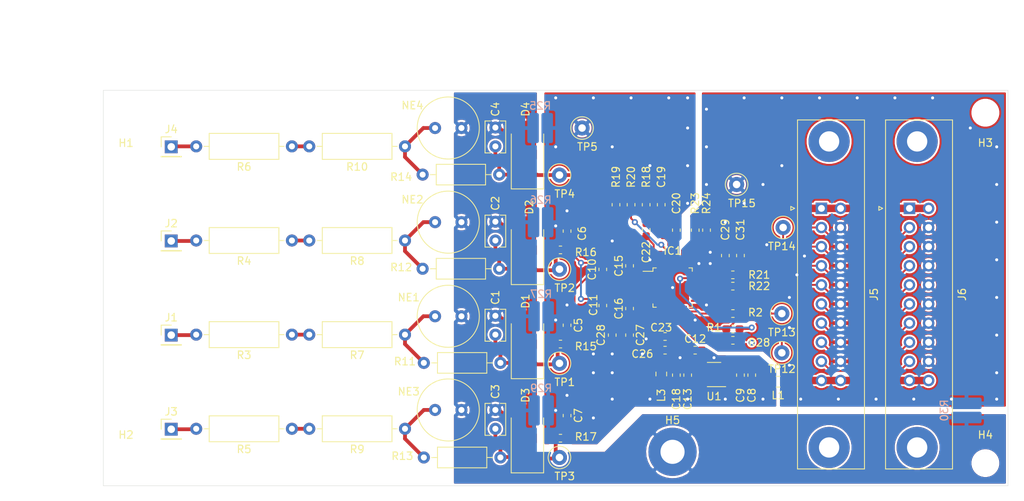
<source format=kicad_pcb>
(kicad_pcb (version 20171130) (host pcbnew "(5.1.5-0)")
  (layers (0 F.Cu signal) (31 B.Cu signal) (34 B.Paste user) (35 F.Paste user) (36 B.SilkS user) (37 F.SilkS user) (38 B.Mask user) (39 F.Mask user) (44 Edge.Cuts user))
  (net 0 "")
  (net 1 /protected_LA)
  (net 2 GND)
  (net 3 /protected_RA)
  (net 4 /protected_LL)
  (net 5 /protected_RLD)
  (net 6 "Net-(C8-Pad1)")
  (net 7 "/ECG Sensor/3.3VA")
  (net 8 "Net-(C15-Pad2)")
  (net 9 "Net-(C15-Pad1)")
  (net 10 "Net-(C22-Pad1)")
  (net 11 "Net-(C26-Pad1)")
  (net 12 "Net-(IC1-Pad29)")
  (net 13 "Net-(IC1-Pad26)")
  (net 14 "Net-(IC1-Pad25)")
  (net 15 "Net-(IC1-Pad22)")
  (net 16 "Net-(IC1-Pad21)")
  (net 17 /SCLK)
  (net 18 "Net-(IC1-Pad17)")
  (net 19 /START)
  (net 20 /~PDN_RESET)
  (net 21 /in_LA)
  (net 22 /in_RA)
  (net 23 /in_LL)
  (net 24 /out_rld)
  (net 25 /5V)
  (net 26 /3V3)
  (net 27 /~DRDY)
  (net 28 "/ecg input protection/neon_LA")
  (net 29 "/ecg input protection/neon_RA")
  (net 30 "/ecg input protection/neon_LL")
  (net 31 "/ecg input protection/neon_rld")
  (net 32 "/ecg input protection/in2_LA")
  (net 33 "/ecg input protection/in2_RA")
  (net 34 "/ecg input protection/in2_LL")
  (net 35 "Net-(C12-Pad1)")
  (net 36 "Net-(C16-Pad2)")
  (net 37 "Net-(C16-Pad1)")
  (net 38 "Net-(C19-Pad2)")
  (net 39 "Net-(C20-Pad1)")
  (net 40 "Net-(C23-Pad1)")
  (net 41 "Net-(C27-Pad1)")
  (net 42 "/ecg input protection/out2_rld")
  (net 43 "Net-(IC1-Pad14)")
  (net 44 "/ECG Sensor/ads_in1_p")
  (net 45 "/ECG Sensor/ads_in1_n")
  (net 46 "/ECG Sensor/ads_in2_p")
  (net 47 GNDPWR)
  (net 48 /MOSI)
  (net 49 /~CS_ECG)
  (net 50 /MISO)
  (net 51 /~CS_PPG)
  (net 52 /~CS_BPR)
  (net 53 /SDA)
  (net 54 /SCL)
  (module Connector_IDC:IDC-Header_2x10_P2.54mm_Vertical_Lock (layer F.Cu) (at 132.75 113.17)
    (fp_text reference J5 (at 6.98 11.43 270) (layer F.SilkS))
    (fp_text value Conn_02x10_Odd_Even)
    (pad "" thru_hole circle (at 1.02 31.75 270) (size 5.46 5.46) (drill 2.69) (layers *.Cu *.Mask))
    (pad "" thru_hole circle (at 1.02 -8.89 270) (size 5.46 5.46) (drill 2.69) (layers *.Cu *.Mask))
    (pad 20 thru_hole circle (at 2.54 22.86 270) (size 1.52 1.52) (drill 0.91) (layers *.Cu *.Mask) (net 25 /5V))
    (pad 19 thru_hole circle (at 0 22.86 270) (size 1.52 1.52) (drill 0.91) (layers *.Cu *.Mask) (net 25 /5V))
    (pad 18 thru_hole circle (at 2.54 20.32 270) (size 1.52 1.52) (drill 0.91) (layers *.Cu *.Mask) (net 2 GND))
    (pad 17 thru_hole circle (at 0 20.32 270) (size 1.52 1.52) (drill 0.91) (layers *.Cu *.Mask) (net 54 /SCL))
    (pad 16 thru_hole circle (at 2.54 17.78 270) (size 1.52 1.52) (drill 0.91) (layers *.Cu *.Mask) (net 2 GND))
    (pad 15 thru_hole circle (at 0 17.78 270) (size 1.52 1.52) (drill 0.91) (layers *.Cu *.Mask) (net 53 /SDA))
    (pad 14 thru_hole circle (at 2.54 15.24 270) (size 1.52 1.52) (drill 0.91) (layers *.Cu *.Mask) (net 2 GND))
    (pad 13 thru_hole circle (at 0 15.24 270) (size 1.52 1.52) (drill 0.91) (layers *.Cu *.Mask) (net 52 /~CS_BPR))
    (pad 12 thru_hole circle (at 2.54 12.7 270) (size 1.52 1.52) (drill 0.91) (layers *.Cu *.Mask) (net 2 GND))
    (pad 11 thru_hole circle (at 0 12.7 270) (size 1.52 1.52) (drill 0.91) (layers *.Cu *.Mask) (net 51 /~CS_PPG))
    (pad 10 thru_hole circle (at 2.54 10.16 270) (size 1.52 1.52) (drill 0.91) (layers *.Cu *.Mask) (net 2 GND))
    (pad 9 thru_hole circle (at 0 10.16 270) (size 1.52 1.52) (drill 0.91) (layers *.Cu *.Mask) (net 49 /~CS_ECG))
    (pad 8 thru_hole circle (at 2.54 7.62 270) (size 1.52 1.52) (drill 0.91) (layers *.Cu *.Mask) (net 2 GND))
    (pad 7 thru_hole circle (at 0 7.62 270) (size 1.52 1.52) (drill 0.91) (layers *.Cu *.Mask) (net 48 /MOSI))
    (pad 6 thru_hole circle (at 2.54 5.08 270) (size 1.52 1.52) (drill 0.91) (layers *.Cu *.Mask) (net 2 GND))
    (pad 5 thru_hole circle (at 0 5.08 270) (size 1.52 1.52) (drill 0.91) (layers *.Cu *.Mask) (net 17 /SCLK))
    (pad 4 thru_hole circle (at 2.54 2.54 270) (size 1.52 1.52) (drill 0.91) (layers *.Cu *.Mask) (net 2 GND))
    (pad 3 thru_hole circle (at 0 2.54 270) (size 1.52 1.52) (drill 0.91) (layers *.Cu *.Mask) (net 50 /MISO))
    (pad 2 thru_hole circle (at 2.54 0 270) (size 1.52 1.52) (drill 0.91) (layers *.Cu *.Mask) (net 26 /3V3))
    (pad 1 thru_hole rect (at 0 0 270) (size 1.52 1.52) (drill 0.91) (layers *.Cu *.Mask) (net 26 /3V3))
  )
  (module Connector_PinHeader_2.54mm:PinHeader_1x01_P2.54mm_Vertical (layer F.Cu) (at 46.5 105)
    (fp_text reference J4 (at 0 -2.33) (layer F.SilkS))
    (fp_text value n.p.)
    (pad 1 thru_hole rect (at 0 0) (size 1.7 1.7) (drill 1) (layers *.Cu *.Mask) (net 24 /out_rld))
  )
  (module Connector_IDC:IDC-Header_2x10_P2.54mm_Vertical_Lock (layer F.Cu) (at 144.43 113.17)
    (fp_text reference J6 (at 6.98 11.43 270) (layer F.SilkS))
    (fp_text value Conn_02x10_Odd_Even)
    (pad "" thru_hole circle (at 1.02 31.75 270) (size 5.46 5.46) (drill 2.69) (layers *.Cu *.Mask))
    (pad "" thru_hole circle (at 1.02 -8.89 270) (size 5.46 5.46) (drill 2.69) (layers *.Cu *.Mask))
    (pad 20 thru_hole circle (at 2.54 22.86 270) (size 1.52 1.52) (drill 0.91) (layers *.Cu *.Mask) (net 25 /5V))
    (pad 19 thru_hole circle (at 0 22.86 270) (size 1.52 1.52) (drill 0.91) (layers *.Cu *.Mask) (net 25 /5V))
    (pad 18 thru_hole circle (at 2.54 20.32 270) (size 1.52 1.52) (drill 0.91) (layers *.Cu *.Mask) (net 2 GND))
    (pad 17 thru_hole circle (at 0 20.32 270) (size 1.52 1.52) (drill 0.91) (layers *.Cu *.Mask) (net 54 /SCL))
    (pad 16 thru_hole circle (at 2.54 17.78 270) (size 1.52 1.52) (drill 0.91) (layers *.Cu *.Mask) (net 2 GND))
    (pad 15 thru_hole circle (at 0 17.78 270) (size 1.52 1.52) (drill 0.91) (layers *.Cu *.Mask) (net 53 /SDA))
    (pad 14 thru_hole circle (at 2.54 15.24 270) (size 1.52 1.52) (drill 0.91) (layers *.Cu *.Mask) (net 2 GND))
    (pad 13 thru_hole circle (at 0 15.24 270) (size 1.52 1.52) (drill 0.91) (layers *.Cu *.Mask) (net 52 /~CS_BPR))
    (pad 12 thru_hole circle (at 2.54 12.7 270) (size 1.52 1.52) (drill 0.91) (layers *.Cu *.Mask) (net 2 GND))
    (pad 11 thru_hole circle (at 0 12.7 270) (size 1.52 1.52) (drill 0.91) (layers *.Cu *.Mask) (net 51 /~CS_PPG))
    (pad 10 thru_hole circle (at 2.54 10.16 270) (size 1.52 1.52) (drill 0.91) (layers *.Cu *.Mask) (net 2 GND))
    (pad 9 thru_hole circle (at 0 10.16 270) (size 1.52 1.52) (drill 0.91) (layers *.Cu *.Mask) (net 49 /~CS_ECG))
    (pad 8 thru_hole circle (at 2.54 7.62 270) (size 1.52 1.52) (drill 0.91) (layers *.Cu *.Mask) (net 2 GND))
    (pad 7 thru_hole circle (at 0 7.62 270) (size 1.52 1.52) (drill 0.91) (layers *.Cu *.Mask) (net 48 /MOSI))
    (pad 6 thru_hole circle (at 2.54 5.08 270) (size 1.52 1.52) (drill 0.91) (layers *.Cu *.Mask) (net 2 GND))
    (pad 5 thru_hole circle (at 0 5.08 270) (size 1.52 1.52) (drill 0.91) (layers *.Cu *.Mask) (net 17 /SCLK))
    (pad 4 thru_hole circle (at 2.54 2.54 270) (size 1.52 1.52) (drill 0.91) (layers *.Cu *.Mask) (net 2 GND))
    (pad 3 thru_hole circle (at 0 2.54 270) (size 1.52 1.52) (drill 0.91) (layers *.Cu *.Mask) (net 50 /MISO))
    (pad 2 thru_hole circle (at 2.54 0 270) (size 1.52 1.52) (drill 0.91) (layers *.Cu *.Mask) (net 26 /3V3))
    (pad 1 thru_hole rect (at 0 0 270) (size 1.52 1.52) (drill 0.91) (layers *.Cu *.Mask) (net 26 /3V3))
  )
  (module MountingHole:MountingHole_3.2mm_M3_Pad (layer F.Cu) (at 113 145.5)
    (fp_text reference H5 (at 0 -4.2) (layer F.SilkS))
    (fp_text value n.p.)
    (pad 1 thru_hole circle (at 0 0) (size 6.4 6.4) (drill 3.2) (layers *.Cu *.Mask) (net 47 GNDPWR))
  )
  (module Resistor_SMD:R_0815_2038Metric_Pad1.53x4.00mm_HandSolder (layer B.Cu) (at 152 140 270)
    (fp_text reference R30 (at 0 2.95 90) (layer B.SilkS) (effects (justify mirror)))
    (fp_text value n.p.)
    (pad 2 smd roundrect (at 0.9375 0 270) (size 1.525 4) (layers B.Cu B.Paste B.Mask) (roundrect_rratio 0.163934) (net 47 GNDPWR))
    (pad 1 smd roundrect (at -0.9375 0 270) (size 1.525 4) (layers B.Cu B.Paste B.Mask) (roundrect_rratio 0.163934) (net 2 GND))
  )
  (module Resistor_SMD:R_0815_2038Metric_Pad1.53x4.00mm_HandSolder (layer B.Cu) (at 95.5625 140 180)
    (fp_text reference R29 (at 0 2.95) (layer B.SilkS) (effects (justify mirror)))
    (fp_text value n.p.)
    (pad 2 smd roundrect (at 0.9375 0 180) (size 1.525 4) (layers B.Cu B.Paste B.Mask) (roundrect_rratio 0.163934) (net 47 GNDPWR))
    (pad 1 smd roundrect (at -0.9375 0 180) (size 1.525 4) (layers B.Cu B.Paste B.Mask) (roundrect_rratio 0.163934) (net 2 GND))
  )
  (module Resistor_SMD:R_0815_2038Metric_Pad1.53x4.00mm_HandSolder (layer B.Cu) (at 95.5625 127.5 180)
    (fp_text reference R27 (at 0 2.95) (layer B.SilkS) (effects (justify mirror)))
    (fp_text value n.p.)
    (pad 2 smd roundrect (at 0.9375 0 180) (size 1.525 4) (layers B.Cu B.Paste B.Mask) (roundrect_rratio 0.163934) (net 47 GNDPWR))
    (pad 1 smd roundrect (at -0.9375 0 180) (size 1.525 4) (layers B.Cu B.Paste B.Mask) (roundrect_rratio 0.163934) (net 2 GND))
  )
  (module Resistor_SMD:R_0815_2038Metric_Pad1.53x4.00mm_HandSolder (layer B.Cu) (at 95.5 115 180)
    (fp_text reference R26 (at 0 2.95) (layer B.SilkS) (effects (justify mirror)))
    (fp_text value n.p.)
    (pad 2 smd roundrect (at 0.9375 0 180) (size 1.525 4) (layers B.Cu B.Paste B.Mask) (roundrect_rratio 0.163934) (net 47 GNDPWR))
    (pad 1 smd roundrect (at -0.9375 0 180) (size 1.525 4) (layers B.Cu B.Paste B.Mask) (roundrect_rratio 0.163934) (net 2 GND))
  )
  (module Resistor_SMD:R_0815_2038Metric_Pad1.53x4.00mm_HandSolder (layer B.Cu) (at 95.4375 102.5 180)
    (fp_text reference R25 (at 0 2.95) (layer B.SilkS) (effects (justify mirror)))
    (fp_text value n.p.)
    (pad 2 smd roundrect (at 0.9375 0 180) (size 1.525 4) (layers B.Cu B.Paste B.Mask) (roundrect_rratio 0.163934) (net 47 GNDPWR))
    (pad 1 smd roundrect (at -0.9375 0 180) (size 1.525 4) (layers B.Cu B.Paste B.Mask) (roundrect_rratio 0.163934) (net 2 GND))
  )
  (module TestPoint:TestPoint_Loop_D2.50mm_Drill1.0mm (layer F.Cu) (at 98 146.25)
    (fp_text reference TP3 (at 0.7 2.5) (layer F.SilkS))
    (fp_text value " ")
    (pad 1 thru_hole circle (at 0 0) (size 2 2) (drill 1) (layers *.Cu *.Mask) (net 4 /protected_LL))
  )
  (module TestPoint:TestPoint_Loop_D2.50mm_Drill1.0mm (layer F.Cu) (at 98 133.75)
    (fp_text reference TP1 (at 0.7 2.5) (layer F.SilkS))
    (fp_text value " ")
    (pad 1 thru_hole circle (at 0 0) (size 2 2) (drill 1) (layers *.Cu *.Mask) (net 1 /protected_LA))
  )
  (module Connector_PinHeader_2.54mm:PinHeader_1x01_P2.54mm_Vertical (layer F.Cu) (at 46.5 130)
    (fp_text reference J1 (at 0 -2.33) (layer F.SilkS))
    (fp_text value n.p.)
    (pad 1 thru_hole rect (at 0 0) (size 1.7 1.7) (drill 1) (layers *.Cu *.Mask) (net 21 /in_LA))
  )
  (module Resistor_THT:R_Axial_DIN0207_L6.3mm_D2.5mm_P10.16mm_Horizontal (layer F.Cu) (at 90.0092 108.6882 180)
    (fp_text reference R14 (at 13.0092 -0.3118) (layer F.SilkS))
    (fp_text value "10k, 250mW")
    (pad 2 thru_hole oval (at 10.16 0 180) (size 1.6 1.6) (drill 0.8) (layers *.Cu *.Mask) (net 31 "/ecg input protection/neon_rld"))
    (pad 1 thru_hole circle (at 0 0 180) (size 1.6 1.6) (drill 0.8) (layers *.Cu *.Mask) (net 5 /protected_RLD))
  )
  (module Resistor_THT:R_Axial_DIN0309_L9.0mm_D3.2mm_P12.70mm_Horizontal (layer F.Cu) (at 77.5092 142.4382 180)
    (fp_text reference R9 (at 6.35 -2.72) (layer F.SilkS))
    (fp_text value "10k, 1W, carbon")
    (pad 2 thru_hole oval (at 12.7 0 180) (size 1.6 1.6) (drill 0.8) (layers *.Cu *.Mask) (net 34 "/ecg input protection/in2_LL"))
    (pad 1 thru_hole circle (at 0 0 180) (size 1.6 1.6) (drill 0.8) (layers *.Cu *.Mask) (net 30 "/ecg input protection/neon_LL"))
  )
  (module Resistor_THT:R_Axial_DIN0309_L9.0mm_D3.2mm_P12.70mm_Horizontal (layer F.Cu) (at 77.5092 117.4382 180)
    (fp_text reference R8 (at 6.35 -2.72) (layer F.SilkS))
    (fp_text value "10k, 1W, carbon")
    (pad 2 thru_hole oval (at 12.7 0 180) (size 1.6 1.6) (drill 0.8) (layers *.Cu *.Mask) (net 33 "/ecg input protection/in2_RA"))
    (pad 1 thru_hole circle (at 0 0 180) (size 1.6 1.6) (drill 0.8) (layers *.Cu *.Mask) (net 29 "/ecg input protection/neon_RA"))
  )
  (module Resistor_THT:R_Axial_DIN0309_L9.0mm_D3.2mm_P12.70mm_Horizontal (layer F.Cu) (at 77.5092 129.9382 180)
    (fp_text reference R7 (at 6.35 -2.72) (layer F.SilkS))
    (fp_text value "10k, 1W, carbon")
    (pad 2 thru_hole oval (at 12.7 0 180) (size 1.6 1.6) (drill 0.8) (layers *.Cu *.Mask) (net 32 "/ecg input protection/in2_LA"))
    (pad 1 thru_hole circle (at 0 0 180) (size 1.6 1.6) (drill 0.8) (layers *.Cu *.Mask) (net 28 "/ecg input protection/neon_LA"))
  )
  (module Resistor_THT:R_Axial_DIN0309_L9.0mm_D3.2mm_P12.70mm_Horizontal (layer F.Cu) (at 62.5092 104.9382 180)
    (fp_text reference R6 (at 6.35 -2.72) (layer F.SilkS))
    (fp_text value "10k, 1W, carbon")
    (pad 2 thru_hole oval (at 12.7 0 180) (size 1.6 1.6) (drill 0.8) (layers *.Cu *.Mask) (net 24 /out_rld))
    (pad 1 thru_hole circle (at 0 0 180) (size 1.6 1.6) (drill 0.8) (layers *.Cu *.Mask) (net 42 "/ecg input protection/out2_rld"))
  )
  (module Capacitor_THT:C_Radial_D8.0mm_H11.5mm_P3.50mm (layer F.Cu) (at 85 115 180)
    (fp_text reference NE2 (at 6.5 3) (layer F.SilkS))
    (fp_text value 150V)
    (pad 2 thru_hole circle (at 3.5 0 180) (size 1.6 1.6) (drill 0.8) (layers *.Cu *.Mask) (net 29 "/ecg input protection/neon_RA"))
    (pad 1 thru_hole circle (at 0 0 180) (size 1.6 1.6) (drill 0.8) (layers *.Cu *.Mask) (net 47 GNDPWR))
  )
  (module Capacitor_THT:C_Radial_D8.0mm_H11.5mm_P3.50mm (layer F.Cu) (at 85 127.5 180)
    (fp_text reference NE1 (at 7 2.5) (layer F.SilkS))
    (fp_text value 150V)
    (pad 2 thru_hole circle (at 3.5 0 180) (size 1.6 1.6) (drill 0.8) (layers *.Cu *.Mask) (net 28 "/ecg input protection/neon_LA"))
    (pad 1 thru_hole circle (at 0 0 180) (size 1.6 1.6) (drill 0.8) (layers *.Cu *.Mask) (net 47 GNDPWR))
  )
  (module MountingHole:MountingHole_3.2mm_M3_ISO14580 (layer F.Cu) (at 154.5 147)
    (fp_text reference H4 (at 0 -3.75) (layer F.SilkS))
    (fp_text value MountingHole)
    (pad 1 np_thru_hole circle (at 0 0) (size 3.2 3.2) (drill 3.2) (layers *.Cu *.Mask))
  )
  (module MountingHole:MountingHole_3.2mm_M3_ISO14580 (layer F.Cu) (at 154.5 100.47)
    (fp_text reference H3 (at 0 4) (layer F.SilkS))
    (fp_text value MountingHole)
    (pad 1 np_thru_hole circle (at 0 0) (size 3.2 3.2) (drill 3.2) (layers *.Cu *.Mask))
  )
  (module MountingHole:MountingHole_3.2mm_M3_ISO14580 (layer F.Cu) (at 40.5 147)
    (fp_text reference H2 (at 0 -3.75) (layer F.SilkS))
    (fp_text value MountingHole)
    (pad 1 np_thru_hole circle (at 0 0) (size 3.2 3.2) (drill 3.2) (layers *.Cu *.Mask))
  )
  (module MountingHole:MountingHole_3.2mm_M3_ISO14580 (layer F.Cu) (at 40.5 100.5)
    (fp_text reference H1 (at 0 4) (layer F.SilkS))
    (fp_text value MountingHole)
    (pad 1 np_thru_hole circle (at 0 0) (size 3.2 3.2) (drill 3.2) (layers *.Cu *.Mask))
  )
  (module Diode_SMD:D_SMB_Handsoldering (layer F.Cu) (at 93.75 143.6882 90)
    (fp_text reference D3 (at 5.6882 -0.25 90) (layer F.SilkS))
    (fp_text value "TVS, 5V, 9.2V")
    (pad 2 smd rect (at 2.7 0 90) (size 3.5 2.3) (layers F.Cu F.Paste F.Mask) (net 47 GNDPWR))
    (pad 1 smd rect (at -2.7 0 90) (size 3.5 2.3) (layers F.Cu F.Paste F.Mask) (net 4 /protected_LL))
  )
  (module Diode_SMD:D_SMB_Handsoldering (layer F.Cu) (at 93.7592 118.6882 90)
    (fp_text reference D2 (at 5.6882 0.2408 90) (layer F.SilkS))
    (fp_text value "TVS, 5V, 9.2V")
    (pad 2 smd rect (at 2.7 0 90) (size 3.5 2.3) (layers F.Cu F.Paste F.Mask) (net 47 GNDPWR))
    (pad 1 smd rect (at -2.7 0 90) (size 3.5 2.3) (layers F.Cu F.Paste F.Mask) (net 3 /protected_RA))
  )
  (module Diode_SMD:D_SMB_Handsoldering (layer F.Cu) (at 93.7592 131.1882 90)
    (fp_text reference D1 (at 5.6882 -0.2592 90) (layer F.SilkS))
    (fp_text value "TVS, 5V, 9.2V")
    (pad 2 smd rect (at 2.7 0 90) (size 3.5 2.3) (layers F.Cu F.Paste F.Mask) (net 47 GNDPWR))
    (pad 1 smd rect (at -2.7 0 90) (size 3.5 2.3) (layers F.Cu F.Paste F.Mask) (net 1 /protected_LA))
  )
  (module Capacitor_THT:C_Rect_L4.0mm_W2.5mm_P2.50mm (layer F.Cu) (at 89.5 117.4382 90)
    (fp_text reference C2 (at 4.9382 0 90) (layer F.SilkS))
    (fp_text value n.p.)
    (pad 2 thru_hole circle (at 2.5 0 90) (size 1.6 1.6) (drill 0.8) (layers *.Cu *.Mask) (net 47 GNDPWR))
    (pad 1 thru_hole circle (at 0 0 90) (size 1.6 1.6) (drill 0.8) (layers *.Cu *.Mask) (net 3 /protected_RA))
  )
  (module Resistor_SMD:R_0603_1608Metric_Pad1.05x0.95mm_HandSolder (layer F.Cu) (at 121.0092 130.6882 180)
    (fp_text reference R28 (at -3.4908 -0.3118) (layer F.SilkS))
    (fp_text value 100k)
    (pad 2 smd roundrect (at 0.875 0 180) (size 1.05 0.95) (layers F.Cu F.Paste F.Mask) (net 43 "Net-(IC1-Pad14)"))
    (pad 1 smd roundrect (at -0.875 0 180) (size 1.05 0.95) (layers F.Cu F.Paste F.Mask) (net 26 /3V3))
  )
  (module Package_TO_SOT_SMD:SOT-23-5_HandSoldering (layer F.Cu) (at 118.5092 135.2382 180)
    (fp_text reference U1 (at 0 -2.9) (layer F.SilkS))
    (fp_text value TPS73033DBVT)
    (pad 5 smd rect (at 1.35 -0.95 180) (size 1.56 0.65) (layers F.Cu F.Paste F.Mask) (net 7 "/ECG Sensor/3.3VA"))
    (pad 4 smd rect (at 1.35 0.95 180) (size 1.56 0.65) (layers F.Cu F.Paste F.Mask) (net 35 "Net-(C12-Pad1)"))
    (pad 3 smd rect (at -1.35 0.95 180) (size 1.56 0.65) (layers F.Cu F.Paste F.Mask) (net 6 "Net-(C8-Pad1)"))
    (pad 2 smd rect (at -1.35 0 180) (size 1.56 0.65) (layers F.Cu F.Paste F.Mask) (net 2 GND))
    (pad 1 smd rect (at -1.35 -0.95 180) (size 1.56 0.65) (layers F.Cu F.Paste F.Mask) (net 6 "Net-(C8-Pad1)"))
  )
  (module TestPoint:TestPoint_Loop_D2.50mm_Drill1.0mm (layer F.Cu) (at 121.5 110)
    (fp_text reference TP15 (at 0.7 2.5) (layer F.SilkS))
    (fp_text value " ")
    (pad 1 thru_hole circle (at 0 0) (size 2 2) (drill 1) (layers *.Cu *.Mask) (net 2 GND))
  )
  (module TestPoint:TestPoint_Loop_D2.50mm_Drill1.0mm (layer F.Cu) (at 127.67 115.71)
    (fp_text reference TP14 (at -0.17 2.5) (layer F.SilkS))
    (fp_text value " ")
    (pad 1 thru_hole circle (at 0 0) (size 2 2) (drill 1) (layers *.Cu *.Mask) (net 27 /~DRDY))
  )
  (module TestPoint:TestPoint_Loop_D2.50mm_Drill1.0mm (layer F.Cu) (at 127.5 127.14)
    (fp_text reference TP13 (at 0 2.5) (layer F.SilkS))
    (fp_text value " ")
    (pad 1 thru_hole circle (at 0 0) (size 2 2) (drill 1) (layers *.Cu *.Mask) (net 19 /START))
  )
  (module TestPoint:TestPoint_Loop_D2.50mm_Drill1.0mm (layer F.Cu) (at 127.5 132.35)
    (fp_text reference TP12 (at 0 2.15) (layer F.SilkS))
    (fp_text value " ")
    (pad 1 thru_hole circle (at 0 0) (size 2 2) (drill 1) (layers *.Cu *.Mask) (net 20 /~PDN_RESET))
  )
  (module TestPoint:TestPoint_Loop_D2.50mm_Drill1.0mm (layer F.Cu) (at 101 102.5)
    (fp_text reference TP5 (at 0.7 2.5) (layer F.SilkS))
    (fp_text value " ")
    (pad 1 thru_hole circle (at 0 0) (size 2 2) (drill 1) (layers *.Cu *.Mask) (net 2 GND))
  )
  (module TestPoint:TestPoint_Loop_D2.50mm_Drill1.0mm (layer F.Cu) (at 98 108.75)
    (fp_text reference TP4 (at 0.7 2.5) (layer F.SilkS))
    (fp_text value " ")
    (pad 1 thru_hole circle (at 0 0) (size 2 2) (drill 1) (layers *.Cu *.Mask) (net 5 /protected_RLD))
  )
  (module TestPoint:TestPoint_Loop_D2.50mm_Drill1.0mm (layer F.Cu) (at 98 121.25)
    (fp_text reference TP2 (at 0.7 2.5) (layer F.SilkS))
    (fp_text value " ")
    (pad 1 thru_hole circle (at 0 0) (size 2 2) (drill 1) (layers *.Cu *.Mask) (net 3 /protected_RA))
  )
  (module Resistor_SMD:R_0603_1608Metric_Pad1.05x0.95mm_HandSolder (layer F.Cu) (at 117.5092 116.0632 270)
    (fp_text reference R24 (at -3.5632 0.0092 90) (layer F.SilkS))
    (fp_text value 6.8k)
    (pad 2 smd roundrect (at 0.875 0 270) (size 1.05 0.95) (layers F.Cu F.Paste F.Mask) (net 14 "Net-(IC1-Pad25)"))
    (pad 1 smd roundrect (at -0.875 0 270) (size 1.05 0.95) (layers F.Cu F.Paste F.Mask) (net 2 GND))
  )
  (module Resistor_SMD:R_0603_1608Metric_Pad1.05x0.95mm_HandSolder (layer F.Cu) (at 116.0092 116.0632 90)
    (fp_text reference R23 (at 3.5632 -0.0092 90) (layer F.SilkS))
    (fp_text value 6.8k)
    (pad 2 smd roundrect (at 0.875 0 90) (size 1.05 0.95) (layers F.Cu F.Paste F.Mask) (net 2 GND))
    (pad 1 smd roundrect (at -0.875 0 90) (size 1.05 0.95) (layers F.Cu F.Paste F.Mask) (net 13 "Net-(IC1-Pad26)"))
  )
  (module Resistor_SMD:R_0603_1608Metric_Pad1.05x0.95mm_HandSolder (layer F.Cu) (at 121 123.5 180)
    (fp_text reference R22 (at -3.5 0) (layer F.SilkS))
    (fp_text value 100)
    (pad 2 smd roundrect (at 0.875 0 180) (size 1.05 0.95) (layers F.Cu F.Paste F.Mask) (net 16 "Net-(IC1-Pad21)"))
    (pad 1 smd roundrect (at -0.875 0 180) (size 1.05 0.95) (layers F.Cu F.Paste F.Mask) (net 50 /MISO))
  )
  (module Resistor_SMD:R_0603_1608Metric_Pad1.05x0.95mm_HandSolder (layer F.Cu) (at 121 122 180)
    (fp_text reference R21 (at -3.5 0) (layer F.SilkS))
    (fp_text value 100)
    (pad 2 smd roundrect (at 0.875 0 180) (size 1.05 0.95) (layers F.Cu F.Paste F.Mask) (net 15 "Net-(IC1-Pad22)"))
    (pad 1 smd roundrect (at -0.875 0 180) (size 1.05 0.95) (layers F.Cu F.Paste F.Mask) (net 27 /~DRDY))
  )
  (module Resistor_SMD:R_0603_1608Metric_Pad1.05x0.95mm_HandSolder (layer F.Cu) (at 107.5 112.6882 270)
    (fp_text reference R20 (at -3.6882 0 90) (layer F.SilkS))
    (fp_text value 6.8k)
    (pad 2 smd roundrect (at 0.875 0 270) (size 1.05 0.95) (layers F.Cu F.Paste F.Mask) (net 12 "Net-(IC1-Pad29)"))
    (pad 1 smd roundrect (at -0.875 0 270) (size 1.05 0.95) (layers F.Cu F.Paste F.Mask) (net 5 /protected_RLD))
  )
  (module Resistor_SMD:R_0603_1608Metric_Pad1.05x0.95mm_HandSolder (layer F.Cu) (at 105.5 112.6882 270)
    (fp_text reference R19 (at -3.6882 0 90) (layer F.SilkS))
    (fp_text value 100k)
    (pad 2 smd roundrect (at 0.875 0 270) (size 1.05 0.95) (layers F.Cu F.Paste F.Mask) (net 10 "Net-(C22-Pad1)"))
    (pad 1 smd roundrect (at -0.875 0 270) (size 1.05 0.95) (layers F.Cu F.Paste F.Mask) (net 5 /protected_RLD))
  )
  (module Resistor_SMD:R_0603_1608Metric_Pad1.05x0.95mm_HandSolder (layer F.Cu) (at 109.5 112.6882 270)
    (fp_text reference R18 (at -3.6882 0 90) (layer F.SilkS))
    (fp_text value 1M)
    (pad 2 smd roundrect (at 0.875 0 270) (size 1.05 0.95) (layers F.Cu F.Paste F.Mask) (net 38 "Net-(C19-Pad2)"))
    (pad 1 smd roundrect (at -0.875 0 270) (size 1.05 0.95) (layers F.Cu F.Paste F.Mask) (net 5 /protected_RLD))
  )
  (module Resistor_SMD:R_0603_1608Metric_Pad1.05x0.95mm_HandSolder (layer F.Cu) (at 98.1342 143.6882)
    (fp_text reference R17 (at 3.3658 -0.1882) (layer F.SilkS))
    (fp_text value 22k)
    (pad 2 smd roundrect (at 0.875 0) (size 1.05 0.95) (layers F.Cu F.Paste F.Mask) (net 46 "/ECG Sensor/ads_in2_p"))
    (pad 1 smd roundrect (at -0.875 0) (size 1.05 0.95) (layers F.Cu F.Paste F.Mask) (net 4 /protected_LL))
  )
  (module Resistor_SMD:R_0603_1608Metric_Pad1.05x0.95mm_HandSolder (layer F.Cu) (at 98.1342 118.6882)
    (fp_text reference R16 (at 3.3658 0.3118) (layer F.SilkS))
    (fp_text value 22k)
    (pad 1 smd roundrect (at -0.875 0) (size 1.05 0.95) (layers F.Cu F.Paste F.Mask) (net 3 /protected_RA))
    (pad 2 smd roundrect (at 0.875 0) (size 1.05 0.95) (layers F.Cu F.Paste F.Mask) (net 45 "/ECG Sensor/ads_in1_n"))
  )
  (module Resistor_SMD:R_0603_1608Metric_Pad1.05x0.95mm_HandSolder (layer F.Cu) (at 98.1342 131.1882)
    (fp_text reference R15 (at 3.3658 0.3118) (layer F.SilkS))
    (fp_text value 22k)
    (pad 2 smd roundrect (at 0.875 0) (size 1.05 0.95) (layers F.Cu F.Paste F.Mask) (net 44 "/ECG Sensor/ads_in1_p"))
    (pad 1 smd roundrect (at -0.875 0) (size 1.05 0.95) (layers F.Cu F.Paste F.Mask) (net 1 /protected_LA))
  )
  (module Resistor_SMD:R_0603_1608Metric_Pad1.05x0.95mm_HandSolder (layer F.Cu) (at 121.0092 127.14 180)
    (fp_text reference R2 (at -2.9908 0.14) (layer F.SilkS))
    (fp_text value 100k)
    (pad 2 smd roundrect (at 0.875 0 180) (size 1.05 0.95) (layers F.Cu F.Paste F.Mask) (net 19 /START))
    (pad 1 smd roundrect (at -0.875 0 180) (size 1.05 0.95) (layers F.Cu F.Paste F.Mask) (net 2 GND))
  )
  (module Resistor_SMD:R_0603_1608Metric_Pad1.05x0.95mm_HandSolder (layer F.Cu) (at 121.0092 129.1882)
    (fp_text reference R1 (at -2.5092 -0.1882) (layer F.SilkS))
    (fp_text value 100k)
    (pad 2 smd roundrect (at 0.875 0) (size 1.05 0.95) (layers F.Cu F.Paste F.Mask) (net 26 /3V3))
    (pad 1 smd roundrect (at -0.875 0) (size 1.05 0.95) (layers F.Cu F.Paste F.Mask) (net 20 /~PDN_RESET))
  )
  (module Inductor_SMD:L_0805_2012Metric_Pad1.15x1.40mm_HandSolder (layer F.Cu) (at 111.5092 135.1632 90)
    (fp_text reference L3 (at -2.8368 -0.0092 90) (layer F.SilkS))
    (fp_text value MMZ2012R102A)
    (pad 2 smd roundrect (at 1.025 0 90) (size 1.15 1.4) (layers F.Cu F.Paste F.Mask) (roundrect_rratio 0.217391) (net 11 "Net-(C26-Pad1)"))
    (pad 1 smd roundrect (at -1.025 0 90) (size 1.15 1.4) (layers F.Cu F.Paste F.Mask) (roundrect_rratio 0.217391) (net 7 "/ECG Sensor/3.3VA"))
  )
  (module Inductor_SMD:L_0805_2012Metric_Pad1.15x1.40mm_HandSolder (layer F.Cu) (at 127.0092 136.1882)
    (fp_text reference L1 (at 0 1.8118) (layer F.SilkS))
    (fp_text value MMZ2012R102A)
    (pad 2 smd roundrect (at 1.025 0) (size 1.15 1.4) (layers F.Cu F.Paste F.Mask) (roundrect_rratio 0.217391) (net 25 /5V))
    (pad 1 smd roundrect (at -1.025 0) (size 1.15 1.4) (layers F.Cu F.Paste F.Mask) (roundrect_rratio 0.217391) (net 6 "Net-(C8-Pad1)"))
  )
  (module Connector_PinHeader_2.54mm:PinHeader_1x01_P2.54mm_Vertical (layer F.Cu) (at 46.5 142.5)
    (fp_text reference J3 (at 0 -2.33) (layer F.SilkS))
    (fp_text value n.p.)
    (pad 1 thru_hole rect (at 0 0) (size 1.7 1.7) (drill 1) (layers *.Cu *.Mask) (net 23 /in_LL))
  )
  (module Connector_PinHeader_2.54mm:PinHeader_1x01_P2.54mm_Vertical (layer F.Cu) (at 46.5 117.5)
    (fp_text reference J2 (at 0 -2.33) (layer F.SilkS))
    (fp_text value n.p.)
    (pad 1 thru_hole rect (at 0 0) (size 1.7 1.7) (drill 1) (layers *.Cu *.Mask) (net 22 /in_RA))
  )
  (module Package_QFP:LQFP-32_5x5mm_P0.5mm (layer F.Cu) (at 113.0092 123.6882)
    (fp_text reference IC1 (at 0 -4.88) (layer F.SilkS))
    (fp_text value ADS1292)
    (pad 32 smd roundrect (at -1.75 -3.175) (size 0.3 1.5) (layers F.Cu F.Paste F.Mask) (net 44 "/ECG Sensor/ads_in1_p"))
    (pad 31 smd roundrect (at -1.25 -3.175) (size 0.3 1.5) (layers F.Cu F.Paste F.Mask) (net 46 "/ECG Sensor/ads_in2_p"))
    (pad 30 smd roundrect (at -0.75 -3.175) (size 0.3 1.5) (layers F.Cu F.Paste F.Mask) (net 10 "Net-(C22-Pad1)"))
    (pad 29 smd roundrect (at -0.25 -3.175) (size 0.3 1.5) (layers F.Cu F.Paste F.Mask) (net 12 "Net-(IC1-Pad29)"))
    (pad 28 smd roundrect (at 0.25 -3.175) (size 0.3 1.5) (layers F.Cu F.Paste F.Mask) (net 38 "Net-(C19-Pad2)"))
    (pad 27 smd roundrect (at 0.75 -3.175) (size 0.3 1.5) (layers F.Cu F.Paste F.Mask) (net 39 "Net-(C20-Pad1)"))
    (pad 26 smd roundrect (at 1.25 -3.175) (size 0.3 1.5) (layers F.Cu F.Paste F.Mask) (net 13 "Net-(IC1-Pad26)"))
    (pad 25 smd roundrect (at 1.75 -3.175) (size 0.3 1.5) (layers F.Cu F.Paste F.Mask) (net 14 "Net-(IC1-Pad25)"))
    (pad 24 smd roundrect (at 3.175 -1.75) (size 1.5 0.3) (layers F.Cu F.Paste F.Mask) (net 2 GND))
    (pad 23 smd roundrect (at 3.175 -1.25) (size 1.5 0.3) (layers F.Cu F.Paste F.Mask) (net 26 /3V3))
    (pad 22 smd roundrect (at 3.175 -0.75) (size 1.5 0.3) (layers F.Cu F.Paste F.Mask) (net 15 "Net-(IC1-Pad22)"))
    (pad 21 smd roundrect (at 3.175 -0.25) (size 1.5 0.3) (layers F.Cu F.Paste F.Mask) (net 16 "Net-(IC1-Pad21)"))
    (pad 20 smd roundrect (at 3.175 0.25) (size 1.5 0.3) (layers F.Cu F.Paste F.Mask) (net 17 /SCLK))
    (pad 19 smd roundrect (at 3.175 0.75) (size 1.5 0.3) (layers F.Cu F.Paste F.Mask) (net 48 /MOSI))
    (pad 18 smd roundrect (at 3.175 1.25) (size 1.5 0.3) (layers F.Cu F.Paste F.Mask) (net 49 /~CS_ECG))
    (pad 17 smd roundrect (at 3.175 1.75) (size 1.5 0.3) (layers F.Cu F.Paste F.Mask) (net 18 "Net-(IC1-Pad17)"))
    (pad 16 smd roundrect (at 1.75 3.175) (size 0.3 1.5) (layers F.Cu F.Paste F.Mask) (net 19 /START))
    (pad 15 smd roundrect (at 1.25 3.175) (size 0.3 1.5) (layers F.Cu F.Paste F.Mask) (net 20 /~PDN_RESET))
    (pad 14 smd roundrect (at 0.75 3.175) (size 0.3 1.5) (layers F.Cu F.Paste F.Mask) (net 43 "Net-(IC1-Pad14)"))
    (pad 13 smd roundrect (at 0.25 3.175) (size 0.3 1.5) (layers F.Cu F.Paste F.Mask) (net 2 GND))
    (pad 12 smd roundrect (at -0.25 3.175) (size 0.3 1.5) (layers F.Cu F.Paste F.Mask) (net 11 "Net-(C26-Pad1)"))
    (pad 11 smd roundrect (at -0.75 3.175) (size 0.3 1.5) (layers F.Cu F.Paste F.Mask) (net 40 "Net-(C23-Pad1)"))
    (pad 10 smd roundrect (at -1.25 3.175) (size 0.3 1.5) (layers F.Cu F.Paste F.Mask) (net 2 GND))
    (pad 9 smd roundrect (at -1.75 3.175) (size 0.3 1.5) (layers F.Cu F.Paste F.Mask) (net 41 "Net-(C27-Pad1)"))
    (pad 8 smd roundrect (at -3.175 1.75) (size 1.5 0.3) (layers F.Cu F.Paste F.Mask) (net 37 "Net-(C16-Pad1)"))
    (pad 7 smd roundrect (at -3.175 1.25) (size 1.5 0.3) (layers F.Cu F.Paste F.Mask) (net 36 "Net-(C16-Pad2)"))
    (pad 6 smd roundrect (at -3.175 0.75) (size 1.5 0.3) (layers F.Cu F.Paste F.Mask) (net 46 "/ECG Sensor/ads_in2_p"))
    (pad 5 smd roundrect (at -3.175 0.25) (size 1.5 0.3) (layers F.Cu F.Paste F.Mask) (net 45 "/ECG Sensor/ads_in1_n"))
    (pad 4 smd roundrect (at -3.175 -0.25) (size 1.5 0.3) (layers F.Cu F.Paste F.Mask) (net 44 "/ECG Sensor/ads_in1_p"))
    (pad 3 smd roundrect (at -3.175 -0.75) (size 1.5 0.3) (layers F.Cu F.Paste F.Mask) (net 45 "/ECG Sensor/ads_in1_n"))
    (pad 2 smd roundrect (at -3.175 -1.25) (size 1.5 0.3) (layers F.Cu F.Paste F.Mask) (net 9 "Net-(C15-Pad1)"))
    (pad 1 smd roundrect (at -3.175 -1.75) (size 1.5 0.3) (layers F.Cu F.Paste F.Mask) (net 8 "Net-(C15-Pad2)"))
  )
  (module Capacitor_SMD:C_0603_1608Metric_Pad1.05x0.95mm_HandSolder (layer F.Cu) (at 103.75 121.275 90)
    (fp_text reference C10 (at 0 -1.43 90) (layer F.SilkS))
    (fp_text value n.p.)
    (pad 2 smd roundrect (at 0.875 0 90) (size 1.05 0.95) (layers F.Cu F.Paste F.Mask) (net 45 "/ECG Sensor/ads_in1_n"))
    (pad 1 smd roundrect (at -0.875 0 90) (size 1.05 0.95) (layers F.Cu F.Paste F.Mask) (net 44 "/ECG Sensor/ads_in1_p"))
  )
  (module Capacitor_SMD:C_0603_1608Metric_Pad1.05x0.95mm_HandSolder (layer F.Cu) (at 122.0092 119.4382 90)
    (fp_text reference C31 (at 3.4382 -0.0092 90) (layer F.SilkS))
    (fp_text value 1u)
    (pad 2 smd roundrect (at 0.875 0 90) (size 1.05 0.95) (layers F.Cu F.Paste F.Mask) (net 2 GND))
    (pad 1 smd roundrect (at -0.875 0 90) (size 1.05 0.95) (layers F.Cu F.Paste F.Mask) (net 26 /3V3))
  )
  (module Capacitor_SMD:C_0603_1608Metric_Pad1.05x0.95mm_HandSolder (layer F.Cu) (at 120.0092 119.4382 90)
    (fp_text reference C29 (at 3.4382 -0.0092 90) (layer F.SilkS))
    (fp_text value 100n)
    (pad 2 smd roundrect (at 0.875 0 90) (size 1.05 0.95) (layers F.Cu F.Paste F.Mask) (net 2 GND))
    (pad 1 smd roundrect (at -0.875 0 90) (size 1.05 0.95) (layers F.Cu F.Paste F.Mask) (net 26 /3V3))
  )
  (module Capacitor_SMD:C_0603_1608Metric_Pad1.05x0.95mm_HandSolder (layer F.Cu) (at 105 130 270)
    (fp_text reference C28 (at 0 1.5 90) (layer F.SilkS))
    (fp_text value 10u)
    (pad 2 smd roundrect (at 0.875 0 270) (size 1.05 0.95) (layers F.Cu F.Paste F.Mask) (net 2 GND))
    (pad 1 smd roundrect (at -0.875 0 270) (size 1.05 0.95) (layers F.Cu F.Paste F.Mask) (net 41 "Net-(C27-Pad1)"))
  )
  (module Capacitor_SMD:C_0603_1608Metric_Pad1.05x0.95mm_HandSolder (layer F.Cu) (at 107.3 130 270)
    (fp_text reference C27 (at 0 -1.43 90) (layer F.SilkS))
    (fp_text value 100n)
    (pad 2 smd roundrect (at 0.875 0 270) (size 1.05 0.95) (layers F.Cu F.Paste F.Mask) (net 2 GND))
    (pad 1 smd roundrect (at -0.875 0 270) (size 1.05 0.95) (layers F.Cu F.Paste F.Mask) (net 41 "Net-(C27-Pad1)"))
  )
  (module Capacitor_SMD:C_0603_1608Metric_Pad1.05x0.95mm_HandSolder (layer F.Cu) (at 112.0092 132 180)
    (fp_text reference C26 (at 3.0092 -0.5) (layer F.SilkS))
    (fp_text value 100n)
    (pad 2 smd roundrect (at 0.875 0 180) (size 1.05 0.95) (layers F.Cu F.Paste F.Mask) (net 2 GND))
    (pad 1 smd roundrect (at -0.875 0 180) (size 1.05 0.95) (layers F.Cu F.Paste F.Mask) (net 11 "Net-(C26-Pad1)"))
  )
  (module Capacitor_SMD:C_0603_1608Metric_Pad1.05x0.95mm_HandSolder (layer F.Cu) (at 112.0092 130.1882 180)
    (fp_text reference C23 (at 0.5092 1.1882) (layer F.SilkS))
    (fp_text value 1u)
    (pad 2 smd roundrect (at 0.875 0 180) (size 1.05 0.95) (layers F.Cu F.Paste F.Mask) (net 2 GND))
    (pad 1 smd roundrect (at -0.875 0 180) (size 1.05 0.95) (layers F.Cu F.Paste F.Mask) (net 40 "Net-(C23-Pad1)"))
  )
  (module Capacitor_SMD:C_0603_1608Metric_Pad1.05x0.95mm_HandSolder (layer F.Cu) (at 109.5 116 90)
    (fp_text reference C22 (at -3 0 90) (layer F.SilkS))
    (fp_text value 470p)
    (pad 2 smd roundrect (at 0.875 0 90) (size 1.05 0.95) (layers F.Cu F.Paste F.Mask) (net 38 "Net-(C19-Pad2)"))
    (pad 1 smd roundrect (at -0.875 0 90) (size 1.05 0.95) (layers F.Cu F.Paste F.Mask) (net 10 "Net-(C22-Pad1)"))
  )
  (module Capacitor_SMD:C_0603_1608Metric_Pad1.05x0.95mm_HandSolder (layer F.Cu) (at 113.5092 116.0632 90)
    (fp_text reference C20 (at 3.5632 -0.0092 90) (layer F.SilkS))
    (fp_text value 1u)
    (pad 2 smd roundrect (at 0.875 0 90) (size 1.05 0.95) (layers F.Cu F.Paste F.Mask) (net 2 GND))
    (pad 1 smd roundrect (at -0.875 0 90) (size 1.05 0.95) (layers F.Cu F.Paste F.Mask) (net 39 "Net-(C20-Pad1)"))
  )
  (module Capacitor_SMD:C_0603_1608Metric_Pad1.05x0.95mm_HandSolder (layer F.Cu) (at 111.5 112.6882 270)
    (fp_text reference C19 (at -3.6882 0 90) (layer F.SilkS))
    (fp_text value 470p)
    (pad 2 smd roundrect (at 0.875 0 270) (size 1.05 0.95) (layers F.Cu F.Paste F.Mask) (net 38 "Net-(C19-Pad2)"))
    (pad 1 smd roundrect (at -0.875 0 270) (size 1.05 0.95) (layers F.Cu F.Paste F.Mask) (net 5 /protected_RLD))
  )
  (module Capacitor_SMD:C_0603_1608Metric_Pad1.05x0.95mm_HandSolder (layer F.Cu) (at 113.5092 135.3132 90)
    (fp_text reference C18 (at -3.1868 -0.0092 90) (layer F.SilkS))
    (fp_text value 1u)
    (pad 2 smd roundrect (at 0.875 0 90) (size 1.05 0.95) (layers F.Cu F.Paste F.Mask) (net 2 GND))
    (pad 1 smd roundrect (at -0.875 0 90) (size 1.05 0.95) (layers F.Cu F.Paste F.Mask) (net 7 "/ECG Sensor/3.3VA"))
  )
  (module Capacitor_SMD:C_0603_1608Metric_Pad1.05x0.95mm_HandSolder (layer F.Cu) (at 107.3 126.475 90)
    (fp_text reference C16 (at 0 -1.43 90) (layer F.SilkS))
    (fp_text value 4.7n)
    (pad 2 smd roundrect (at 0.875 0 90) (size 1.05 0.95) (layers F.Cu F.Paste F.Mask) (net 36 "Net-(C16-Pad2)"))
    (pad 1 smd roundrect (at -0.875 0 90) (size 1.05 0.95) (layers F.Cu F.Paste F.Mask) (net 37 "Net-(C16-Pad1)"))
  )
  (module Capacitor_SMD:C_0603_1608Metric_Pad1.05x0.95mm_HandSolder (layer F.Cu) (at 107.3 120.8 90)
    (fp_text reference C15 (at 0 -1.43 90) (layer F.SilkS))
    (fp_text value 4.7n)
    (pad 2 smd roundrect (at 0.875 0 90) (size 1.05 0.95) (layers F.Cu F.Paste F.Mask) (net 8 "Net-(C15-Pad2)"))
    (pad 1 smd roundrect (at -0.875 0 90) (size 1.05 0.95) (layers F.Cu F.Paste F.Mask) (net 9 "Net-(C15-Pad1)"))
  )
  (module Capacitor_SMD:C_0603_1608Metric_Pad1.05x0.95mm_HandSolder (layer F.Cu) (at 115.0092 135.3132 90)
    (fp_text reference C13 (at -3.1868 -0.0092 90) (layer F.SilkS))
    (fp_text value 2.2u)
    (pad 2 smd roundrect (at 0.875 0 90) (size 1.05 0.95) (layers F.Cu F.Paste F.Mask) (net 2 GND))
    (pad 1 smd roundrect (at -0.875 0 90) (size 1.05 0.95) (layers F.Cu F.Paste F.Mask) (net 7 "/ECG Sensor/3.3VA"))
  )
  (module Capacitor_SMD:C_0603_1608Metric_Pad1.05x0.95mm_HandSolder (layer F.Cu) (at 116 132 180)
    (fp_text reference C12 (at 0 1.5) (layer F.SilkS))
    (fp_text value 10n)
    (pad 1 smd roundrect (at -0.875 0 180) (size 1.05 0.95) (layers F.Cu F.Paste F.Mask) (net 35 "Net-(C12-Pad1)"))
    (pad 2 smd roundrect (at 0.875 0 180) (size 1.05 0.95) (layers F.Cu F.Paste F.Mask) (net 2 GND))
  )
  (module Capacitor_SMD:C_0603_1608Metric_Pad1.05x0.95mm_HandSolder (layer F.Cu) (at 103.75 126.075 270)
    (fp_text reference C11 (at -0.075 1.25 90) (layer F.SilkS))
    (fp_text value n.p.)
    (pad 2 smd roundrect (at 0.875 0 270) (size 1.05 0.95) (layers F.Cu F.Paste F.Mask) (net 46 "/ECG Sensor/ads_in2_p"))
    (pad 1 smd roundrect (at -0.875 0 270) (size 1.05 0.95) (layers F.Cu F.Paste F.Mask) (net 45 "/ECG Sensor/ads_in1_n"))
  )
  (module Capacitor_SMD:C_0603_1608Metric_Pad1.05x0.95mm_HandSolder (layer F.Cu) (at 122.0092 135.3132 90)
    (fp_text reference C9 (at -2.6868 -0.0092 90) (layer F.SilkS))
    (fp_text value 100n)
    (pad 2 smd roundrect (at 0.875 0 90) (size 1.05 0.95) (layers F.Cu F.Paste F.Mask) (net 2 GND))
    (pad 1 smd roundrect (at -0.875 0 90) (size 1.05 0.95) (layers F.Cu F.Paste F.Mask) (net 6 "Net-(C8-Pad1)"))
  )
  (module Capacitor_SMD:C_0603_1608Metric_Pad1.05x0.95mm_HandSolder (layer F.Cu) (at 123.5092 135.3132 90)
    (fp_text reference C8 (at -2.6868 -0.0092 90) (layer F.SilkS))
    (fp_text value 2.2u)
    (pad 2 smd roundrect (at 0.875 0 90) (size 1.05 0.95) (layers F.Cu F.Paste F.Mask) (net 2 GND))
    (pad 1 smd roundrect (at -0.875 0 90) (size 1.05 0.95) (layers F.Cu F.Paste F.Mask) (net 6 "Net-(C8-Pad1)"))
  )
  (module Capacitor_SMD:C_0603_1608Metric_Pad1.05x0.95mm_HandSolder (layer F.Cu) (at 99.0092 140.6882 90)
    (fp_text reference C7 (at 0 1.4908 90) (layer F.SilkS))
    (fp_text value 3n)
    (pad 2 smd roundrect (at 0.875 0 90) (size 1.05 0.95) (layers F.Cu F.Paste F.Mask) (net 2 GND))
    (pad 1 smd roundrect (at -0.875 0 90) (size 1.05 0.95) (layers F.Cu F.Paste F.Mask) (net 46 "/ECG Sensor/ads_in2_p"))
  )
  (module Capacitor_SMD:C_0603_1608Metric_Pad1.05x0.95mm_HandSolder (layer F.Cu) (at 99.0092 116.1882 90)
    (fp_text reference C6 (at -0.3118 1.9908 90) (layer F.SilkS))
    (fp_text value 3n)
    (pad 2 smd roundrect (at 0.875 0 90) (size 1.05 0.95) (layers F.Cu F.Paste F.Mask) (net 2 GND))
    (pad 1 smd roundrect (at -0.875 0 90) (size 1.05 0.95) (layers F.Cu F.Paste F.Mask) (net 45 "/ECG Sensor/ads_in1_n"))
  )
  (module Capacitor_SMD:C_0603_1608Metric_Pad1.05x0.95mm_HandSolder (layer F.Cu) (at 99.0092 128.6882 90)
    (fp_text reference C5 (at 0 1.4908 90) (layer F.SilkS))
    (fp_text value 3n)
    (pad 2 smd roundrect (at 0.875 0 90) (size 1.05 0.95) (layers F.Cu F.Paste F.Mask) (net 2 GND))
    (pad 1 smd roundrect (at -0.875 0 90) (size 1.05 0.95) (layers F.Cu F.Paste F.Mask) (net 44 "/ECG Sensor/ads_in1_p"))
  )
  (module Capacitor_THT:C_Radial_D8.0mm_H11.5mm_P3.50mm (layer F.Cu) (at 85 102.5 180)
    (fp_text reference NE4 (at 6.5 3) (layer F.SilkS))
    (fp_text value 150V)
    (pad 2 thru_hole circle (at 3.5 0 180) (size 1.6 1.6) (drill 0.8) (layers *.Cu *.Mask) (net 31 "/ecg input protection/neon_rld"))
    (pad 1 thru_hole circle (at 0 0 180) (size 1.6 1.6) (drill 0.8) (layers *.Cu *.Mask) (net 47 GNDPWR))
  )
  (module Capacitor_THT:C_Radial_D8.0mm_H11.5mm_P3.50mm (layer F.Cu) (at 85 139.9382 180)
    (fp_text reference NE3 (at 7 2.4382) (layer F.SilkS))
    (fp_text value 150V)
    (pad 2 thru_hole circle (at 3.5 0 180) (size 1.6 1.6) (drill 0.8) (layers *.Cu *.Mask) (net 30 "/ecg input protection/neon_LL"))
    (pad 1 thru_hole circle (at 0 0 180) (size 1.6 1.6) (drill 0.8) (layers *.Cu *.Mask) (net 47 GNDPWR))
  )
  (module Diode_SMD:D_SMB_Handsoldering (layer F.Cu) (at 93.7592 105.9882 90)
    (fp_text reference D4 (at 5.9882 -0.2592 90) (layer F.SilkS))
    (fp_text value "TVS, 5V, 9.2V")
    (pad 2 smd rect (at 2.7 0 90) (size 3.5 2.3) (layers F.Cu F.Paste F.Mask) (net 47 GNDPWR))
    (pad 1 smd rect (at -2.7 0 90) (size 3.5 2.3) (layers F.Cu F.Paste F.Mask) (net 5 /protected_RLD))
  )
  (module Resistor_THT:R_Axial_DIN0309_L9.0mm_D3.2mm_P12.70mm_Horizontal (layer F.Cu) (at 77.5092 104.9382 180)
    (fp_text reference R10 (at 6.35 -2.72) (layer F.SilkS))
    (fp_text value "10k, 1W, carbon")
    (pad 2 thru_hole oval (at 12.7 0 180) (size 1.6 1.6) (drill 0.8) (layers *.Cu *.Mask) (net 42 "/ecg input protection/out2_rld"))
    (pad 1 thru_hole circle (at 0 0 180) (size 1.6 1.6) (drill 0.8) (layers *.Cu *.Mask) (net 31 "/ecg input protection/neon_rld"))
  )
  (module Resistor_THT:R_Axial_DIN0309_L9.0mm_D3.2mm_P12.70mm_Horizontal (layer F.Cu) (at 62.5092 142.4382 180)
    (fp_text reference R5 (at 6.35 -2.72) (layer F.SilkS))
    (fp_text value "10k, 1W, carbon")
    (pad 2 thru_hole oval (at 12.7 0 180) (size 1.6 1.6) (drill 0.8) (layers *.Cu *.Mask) (net 23 /in_LL))
    (pad 1 thru_hole circle (at 0 0 180) (size 1.6 1.6) (drill 0.8) (layers *.Cu *.Mask) (net 34 "/ecg input protection/in2_LL"))
  )
  (module Resistor_THT:R_Axial_DIN0309_L9.0mm_D3.2mm_P12.70mm_Horizontal (layer F.Cu) (at 62.5092 117.4382 180)
    (fp_text reference R4 (at 6.35 -2.72) (layer F.SilkS))
    (fp_text value "10k, 1W, carbon")
    (pad 2 thru_hole oval (at 12.7 0 180) (size 1.6 1.6) (drill 0.8) (layers *.Cu *.Mask) (net 22 /in_RA))
    (pad 1 thru_hole circle (at 0 0 180) (size 1.6 1.6) (drill 0.8) (layers *.Cu *.Mask) (net 33 "/ecg input protection/in2_RA"))
  )
  (module Resistor_THT:R_Axial_DIN0309_L9.0mm_D3.2mm_P12.70mm_Horizontal (layer F.Cu) (at 62.5092 129.9382 180)
    (fp_text reference R3 (at 6.35 -2.72) (layer F.SilkS))
    (fp_text value "10k, 1W, carbon")
    (pad 2 thru_hole oval (at 12.7 0 180) (size 1.6 1.6) (drill 0.8) (layers *.Cu *.Mask) (net 21 /in_LA))
    (pad 1 thru_hole circle (at 0 0 180) (size 1.6 1.6) (drill 0.8) (layers *.Cu *.Mask) (net 32 "/ecg input protection/in2_LA"))
  )
  (module Resistor_THT:R_Axial_DIN0207_L6.3mm_D2.5mm_P10.16mm_Horizontal (layer F.Cu) (at 90.1692 133.6882 180)
    (fp_text reference R11 (at 12.6692 0.1882) (layer F.SilkS))
    (fp_text value "10k, 250mW")
    (pad 1 thru_hole circle (at 0 0 180) (size 1.6 1.6) (drill 0.8) (layers *.Cu *.Mask) (net 1 /protected_LA))
    (pad 2 thru_hole oval (at 10.16 0 180) (size 1.6 1.6) (drill 0.8) (layers *.Cu *.Mask) (net 28 "/ecg input protection/neon_LA"))
  )
  (module Resistor_THT:R_Axial_DIN0207_L6.3mm_D2.5mm_P10.16mm_Horizontal (layer F.Cu) (at 90.0092 121.1882 180)
    (fp_text reference R12 (at 13.0092 0.1882) (layer F.SilkS))
    (fp_text value "10k, 250mW")
    (pad 1 thru_hole circle (at 0 0 180) (size 1.6 1.6) (drill 0.8) (layers *.Cu *.Mask) (net 3 /protected_RA))
    (pad 2 thru_hole oval (at 10.16 0 180) (size 1.6 1.6) (drill 0.8) (layers *.Cu *.Mask) (net 29 "/ecg input protection/neon_RA"))
  )
  (module Resistor_THT:R_Axial_DIN0207_L6.3mm_D2.5mm_P10.16mm_Horizontal (layer F.Cu) (at 90.1692 146.25 180)
    (fp_text reference R13 (at 13.0092 0.1882) (layer F.SilkS))
    (fp_text value "10k, 250mW")
    (pad 2 thru_hole oval (at 10.16 0 180) (size 1.6 1.6) (drill 0.8) (layers *.Cu *.Mask) (net 30 "/ecg input protection/neon_LL"))
    (pad 1 thru_hole circle (at 0 0 180) (size 1.6 1.6) (drill 0.8) (layers *.Cu *.Mask) (net 4 /protected_LL))
  )
  (module Capacitor_THT:C_Rect_L4.0mm_W2.5mm_P2.50mm (layer F.Cu) (at 89.5 129.9382 90)
    (fp_text reference C1 (at 4.9382 0 90) (layer F.SilkS))
    (fp_text value n.p.)
    (pad 1 thru_hole circle (at 0 0 90) (size 1.6 1.6) (drill 0.8) (layers *.Cu *.Mask) (net 1 /protected_LA))
    (pad 2 thru_hole circle (at 2.5 0 90) (size 1.6 1.6) (drill 0.8) (layers *.Cu *.Mask) (net 47 GNDPWR))
  )
  (module Capacitor_THT:C_Rect_L4.0mm_W2.5mm_P2.50mm (layer F.Cu) (at 89.5 142.4382 90)
    (fp_text reference C3 (at 4.9382 0 90) (layer F.SilkS))
    (fp_text value n.p.)
    (pad 1 thru_hole circle (at 0 0 90) (size 1.6 1.6) (drill 0.8) (layers *.Cu *.Mask) (net 4 /protected_LL))
    (pad 2 thru_hole circle (at 2.5 0 90) (size 1.6 1.6) (drill 0.8) (layers *.Cu *.Mask) (net 47 GNDPWR))
  )
  (module Capacitor_THT:C_Rect_L4.0mm_W2.5mm_P2.50mm (layer F.Cu) (at 89.5 104.9382 90)
    (fp_text reference C4 (at 4.9382 0 90) (layer F.SilkS))
    (fp_text value n.p.)
    (pad 2 thru_hole circle (at 2.5 0 90) (size 1.6 1.6) (drill 0.8) (layers *.Cu *.Mask) (net 47 GNDPWR))
    (pad 1 thru_hole circle (at 0 0 90) (size 1.6 1.6) (drill 0.8) (layers *.Cu *.Mask) (net 5 /protected_RLD))
  )
  (gr_line (start 157.5 150) (end 157.5 97.5) (layer Edge.Cuts) (width 0.05))
  (gr_line (start 157.5 97.5) (end 37.5 97.5) (layer Edge.Cuts) (width 0.05))
  (gr_line (start 37.5 150) (end 157.5 150) (layer Edge.Cuts) (width 0.05))
  (gr_line (start 37.5 97.5) (end 37.5 150) (layer Edge.Cuts) (width 0.05))
  (via (at 130.5 119.5) (size 0.8) (drill 0.4) (layers F.Cu B.Cu) (net 2))
  (via (at 129.5 122) (size 0.8) (drill 0.4) (layers F.Cu B.Cu) (net 2))
  (via (at 128.5 125) (size 0.8) (drill 0.4) (layers F.Cu B.Cu) (net 2))
  (via (at 128.5 129) (size 0.8) (drill 0.4) (layers F.Cu B.Cu) (net 2))
  (via (at 128.5 134) (size 0.8) (drill 0.4) (layers F.Cu B.Cu) (net 2))
  (via (at 123.5 131) (size 0.8) (drill 0.4) (layers F.Cu B.Cu) (net 0))
  (via (at 110 138.5) (size 0.8) (drill 0.4) (layers F.Cu B.Cu) (net 2))
  (via (at 117.5 126) (size 0.8) (drill 0.4) (layers F.Cu B.Cu) (net 2))
  (via (at 116 128) (size 0.8) (drill 0.4) (layers F.Cu B.Cu) (net 2))
  (via (at 118 120.5) (size 0.8) (drill 0.4) (layers F.Cu B.Cu) (net 2))
  (via (at 113.0092 123.6882) (size 0.8) (drill 0.4) (layers F.Cu B.Cu) (net 2))
  (via (at 118 119) (size 0.8) (drill 0.4) (layers F.Cu B.Cu) (net 2))
  (via (at 125.5 118) (size 0.8) (drill 0.4) (layers F.Cu B.Cu) (net 2))
  (segment (start 90.0092 133.5282) (end 90.1692 133.6882) (width 0.5) (layer F.Cu) (net 1))
  (segment (start 93.5592 133.6882) (end 93.7592 133.8882) (width 0.5) (layer F.Cu) (net 1))
  (segment (start 90.1692 133.6882) (end 94.8092 133.6882) (width 0.5) (layer F.Cu) (net 1))
  (segment (start 97.621 133.8882) (end 97.7592 133.75) (width 0.5) (layer F.Cu) (net 1))
  (segment (start 93.7592 133.8882) (end 97.621 133.8882) (width 0.5) (layer F.Cu) (net 1))
  (segment (start 97.7592 131.7592) (end 97.7592 133.75) (width 0.5) (layer F.Cu) (net 1))
  (segment (start 97.2592 131.2592) (end 97.7592 131.7592) (width 0.5) (layer F.Cu) (net 1))
  (segment (start 97.2592 131.1882) (end 97.2592 131.2592) (width 0.5) (layer F.Cu) (net 1))
  (segment (start 90.1692 132.1692) (end 89.5 131.5) (width 0.5) (layer F.Cu) (net 1))
  (segment (start 90.1692 133.6882) (end 90.1692 132.1692) (width 0.5) (layer F.Cu) (net 1))
  (segment (start 89.5 129.9382) (end 89.5 131.5) (width 0.5) (layer F.Cu) (net 1))
  (segment (start 116.1842 121.9382) (end 116.1842 121.3158) (width 0.25) (layer F.Cu) (net 2))
  (segment (start 118.9368 118.5632) (end 120.0092 118.5632) (width 0.25) (layer F.Cu) (net 2))
  (segment (start 116.1842 121.3158) (end 117.25 120.25) (width 0.25) (layer F.Cu) (net 2))
  (segment (start 111.7592 126.8632) (end 111.7592 128.2408) (width 0.25) (layer F.Cu) (net 2))
  (segment (start 111.1342 128.8658) (end 111.1342 130.1882) (width 0.25) (layer F.Cu) (net 2))
  (segment (start 111.7592 128.2408) (end 111.1342 128.8658) (width 0.25) (layer F.Cu) (net 2))
  (segment (start 121.9474 134.5) (end 122.5 134.5) (width 0.5) (layer F.Cu) (net 2))
  (segment (start 121.2092 135.2382) (end 121.9474 134.5) (width 0.5) (layer F.Cu) (net 2))
  (segment (start 119.8592 135.2382) (end 121.2092 135.2382) (width 0.5) (layer F.Cu) (net 2))
  (segment (start 113.5092 134.4382) (end 113.0618 134.4382) (width 0.5) (layer F.Cu) (net 2))
  (segment (start 115.8092 135.2382) (end 115.0092 134.4382) (width 0.5) (layer F.Cu) (net 2))
  (segment (start 119.8592 135.2382) (end 115.8092 135.2382) (width 0.5) (layer F.Cu) (net 2))
  (segment (start 111.1342 131.6882) (end 111.1342 132.3658) (width 0.5) (layer F.Cu) (net 2))
  (segment (start 111.1342 132.3658) (end 109.5 134) (width 0.5) (layer F.Cu) (net 2))
  (segment (start 109.5 134) (end 109.5 136.5) (width 0.5) (layer F.Cu) (net 2))
  (segment (start 109.5 136.5) (end 110.5 137.5) (width 0.5) (layer F.Cu) (net 2))
  (segment (start 110.5 137.5) (end 115 137.5) (width 0.5) (layer F.Cu) (net 2))
  (segment (start 118.5 137.5) (end 118.5 135.5) (width 0.5) (layer F.Cu) (net 2))
  (segment (start 118.7618 135.2382) (end 119.8592 135.2382) (width 0.5) (layer F.Cu) (net 2))
  (segment (start 118.5 135.5) (end 118.7618 135.2382) (width 0.5) (layer F.Cu) (net 2))
  (segment (start 117.25 120.25) (end 118.25 119.25) (width 0.25) (layer F.Cu) (net 2))
  (segment (start 113.2592 126.8632) (end 113.2592 125.7592) (width 0.3) (layer F.Cu) (net 2))
  (segment (start 113.2592 125.7592) (end 113 125.5) (width 0.3) (layer F.Cu) (net 2))
  (segment (start 113 125.5) (end 112 125.5) (width 0.3) (layer F.Cu) (net 2))
  (segment (start 111.7592 125.7408) (end 111.7592 126.8632) (width 0.3) (layer F.Cu) (net 2))
  (segment (start 112 125.5) (end 111.7592 125.7408) (width 0.3) (layer F.Cu) (net 2))
  (via (at 99 138) (size 0.8) (drill 0.4) (layers F.Cu B.Cu) (net 2))
  (via (at 99 126) (size 0.8) (drill 0.4) (layers F.Cu B.Cu) (net 2))
  (via (at 99 113.5) (size 0.8) (drill 0.4) (layers F.Cu B.Cu) (net 2))
  (segment (start 116.1842 121.9382) (end 114.5618 121.9382) (width 0.25) (layer F.Cu) (net 2))
  (segment (start 135.29 118.25) (end 137.25 118.25) (width 0.5) (layer F.Cu) (net 2))
  (segment (start 135.29 120.79) (end 137.29 120.79) (width 0.5) (layer F.Cu) (net 2))
  (segment (start 135.29 123.33) (end 137.33 123.33) (width 0.5) (layer F.Cu) (net 2))
  (segment (start 135.29 125.87) (end 137.37 125.87) (width 0.5) (layer F.Cu) (net 2))
  (segment (start 135.29 128.41) (end 137.41 128.41) (width 0.5) (layer F.Cu) (net 2))
  (segment (start 135.29 130.95) (end 137.45 130.95) (width 0.5) (layer F.Cu) (net 2))
  (segment (start 135.29 133.49) (end 137.49 133.49) (width 0.5) (layer F.Cu) (net 2))
  (segment (start 135.29 133.49) (end 134.01 133.49) (width 0.5) (layer F.Cu) (net 2))
  (segment (start 135.29 130.95) (end 134.05 130.95) (width 0.5) (layer F.Cu) (net 2))
  (segment (start 135.29 128.41) (end 134.09 128.41) (width 0.5) (layer F.Cu) (net 2))
  (segment (start 135.29 125.87) (end 134.13 125.87) (width 0.5) (layer F.Cu) (net 2))
  (segment (start 135.29 123.33) (end 134.17 123.33) (width 0.5) (layer F.Cu) (net 2))
  (segment (start 135.29 120.79) (end 134.21 120.79) (width 0.5) (layer F.Cu) (net 2))
  (segment (start 135.29 118.25) (end 134.25 118.25) (width 0.5) (layer F.Cu) (net 2))
  (segment (start 118.25 119.25) (end 118.9368 118.5632) (width 0.25) (layer F.Cu) (net 2))
  (via (at 116.5 120.5) (size 0.8) (drill 0.4) (layers F.Cu B.Cu) (net 2))
  (segment (start 116.1842 121.9382) (end 117.0618 121.9382) (width 0.25) (layer F.Cu) (net 2))
  (segment (start 118 121) (end 118 120.5) (width 0.25) (layer F.Cu) (net 2))
  (segment (start 117.0618 121.9382) (end 118 121) (width 0.25) (layer F.Cu) (net 2))
  (via (at 97.5 115.5) (size 0.8) (drill 0.4) (layers F.Cu B.Cu) (net 2))
  (via (at 97.5 128) (size 0.8) (drill 0.4) (layers F.Cu B.Cu) (net 2))
  (via (at 97.5 140) (size 0.8) (drill 0.4) (layers F.Cu B.Cu) (net 2))
  (via (at 105 132.5) (size 0.8) (drill 0.4) (layers F.Cu B.Cu) (net 2))
  (via (at 105 135) (size 0.8) (drill 0.4) (layers F.Cu B.Cu) (net 2))
  (via (at 105 138.5) (size 0.8) (drill 0.4) (layers F.Cu B.Cu) (net 2))
  (via (at 102.5 141) (size 0.8) (drill 0.4) (layers F.Cu B.Cu) (net 2))
  (via (at 102.5 135) (size 0.8) (drill 0.4) (layers F.Cu B.Cu) (net 2))
  (via (at 102.5 132.5) (size 0.8) (drill 0.4) (layers F.Cu B.Cu) (net 2))
  (via (at 97.5 105) (size 0.8) (drill 0.4) (layers F.Cu B.Cu) (net 2))
  (via (at 97.5 98.5) (size 0.8) (drill 0.4) (layers F.Cu B.Cu) (net 2))
  (via (at 102.5 98.5) (size 0.8) (drill 0.4) (layers F.Cu B.Cu) (net 2))
  (via (at 107.5 98.5) (size 0.8) (drill 0.4) (layers F.Cu B.Cu) (net 2))
  (via (at 112.5 98.5) (size 0.8) (drill 0.4) (layers F.Cu B.Cu) (net 2))
  (via (at 115 98.5) (size 0.8) (drill 0.4) (layers F.Cu B.Cu) (net 2))
  (via (at 115 102.5) (size 0.8) (drill 0.4) (layers F.Cu B.Cu) (net 2))
  (via (at 115 107.5) (size 0.8) (drill 0.4) (layers F.Cu B.Cu) (net 2))
  (via (at 115 112.5) (size 0.8) (drill 0.4) (layers F.Cu B.Cu) (net 2))
  (via (at 105 105) (size 0.8) (drill 0.4) (layers F.Cu B.Cu) (net 2))
  (via (at 110 107.5) (size 0.8) (drill 0.4) (layers F.Cu B.Cu) (net 2))
  (via (at 105 117.5) (size 0.8) (drill 0.4) (layers F.Cu B.Cu) (net 2))
  (via (at 110 120) (size 0.8) (drill 0.4) (layers F.Cu B.Cu) (net 2))
  (via (at 120 115) (size 0.8) (drill 0.4) (layers F.Cu B.Cu) (net 2))
  (via (at 122.5 112.5) (size 0.8) (drill 0.4) (layers F.Cu B.Cu) (net 2))
  (via (at 125 110) (size 0.8) (drill 0.4) (layers F.Cu B.Cu) (net 2))
  (via (at 127.5 107.5) (size 0.8) (drill 0.4) (layers F.Cu B.Cu) (net 2))
  (via (at 117.5 110) (size 0.8) (drill 0.4) (layers F.Cu B.Cu) (net 2))
  (via (at 117.5 105) (size 0.8) (drill 0.4) (layers F.Cu B.Cu) (net 2))
  (via (at 117.5 100) (size 0.8) (drill 0.4) (layers F.Cu B.Cu) (net 2))
  (via (at 122.5 98.5) (size 0.8) (drill 0.4) (layers F.Cu B.Cu) (net 2))
  (via (at 127.5 98.5) (size 0.8) (drill 0.4) (layers F.Cu B.Cu) (net 2))
  (via (at 132.5 98.5) (size 0.8) (drill 0.4) (layers F.Cu B.Cu) (net 2))
  (via (at 137.5 98.5) (size 0.8) (drill 0.4) (layers F.Cu B.Cu) (net 2))
  (via (at 142.5 98.5) (size 0.8) (drill 0.4) (layers F.Cu B.Cu) (net 2))
  (via (at 147.5 98.5) (size 0.8) (drill 0.4) (layers F.Cu B.Cu) (net 2))
  (via (at 152.5 102.5) (size 0.8) (drill 0.4) (layers F.Cu B.Cu) (net 2))
  (via (at 156 105) (size 0.8) (drill 0.4) (layers F.Cu B.Cu) (net 2))
  (via (at 156 110) (size 0.8) (drill 0.4) (layers F.Cu B.Cu) (net 2))
  (via (at 156 115) (size 0.8) (drill 0.4) (layers F.Cu B.Cu) (net 2))
  (via (at 156 120) (size 0.8) (drill 0.4) (layers F.Cu B.Cu) (net 2))
  (via (at 156 125) (size 0.8) (drill 0.4) (layers F.Cu B.Cu) (net 2))
  (via (at 156 130) (size 0.8) (drill 0.4) (layers F.Cu B.Cu) (net 2))
  (via (at 156 135) (size 0.8) (drill 0.4) (layers F.Cu B.Cu) (net 2))
  (via (at 156 138.5) (size 0.8) (drill 0.4) (layers F.Cu B.Cu) (net 2))
  (via (at 150 138.5) (size 0.8) (drill 0.4) (layers F.Cu B.Cu) (net 2))
  (via (at 145 138.5) (size 0.8) (drill 0.4) (layers F.Cu B.Cu) (net 2))
  (via (at 140 138.5) (size 0.8) (drill 0.4) (layers F.Cu B.Cu) (net 2))
  (via (at 135 138.5) (size 0.8) (drill 0.4) (layers F.Cu B.Cu) (net 2))
  (via (at 130 138.5) (size 0.8) (drill 0.4) (layers F.Cu B.Cu) (net 2))
  (via (at 125 138.5) (size 0.8) (drill 0.4) (layers F.Cu B.Cu) (net 2))
  (via (at 120 138.5) (size 0.8) (drill 0.4) (layers F.Cu B.Cu) (net 2))
  (segment (start 115 137.5) (end 118.5 137.5) (width 0.5) (layer F.Cu) (net 2))
  (via (at 115 138.5) (size 0.8) (drill 0.4) (layers F.Cu B.Cu) (net 2))
  (via (at 109.5 130.5) (size 0.8) (drill 0.4) (layers F.Cu B.Cu) (net 2))
  (via (at 109 132.5) (size 0.8) (drill 0.4) (layers F.Cu B.Cu) (net 2))
  (via (at 114 133) (size 0.8) (drill 0.4) (layers F.Cu B.Cu) (net 2))
  (via (at 118.5 133) (size 0.8) (drill 0.4) (layers F.Cu B.Cu) (net 2))
  (segment (start 93.5592 121.1882) (end 93.7592 121.3882) (width 0.5) (layer F.Cu) (net 3))
  (segment (start 90.0092 121.1882) (end 94.8092 121.1882) (width 0.5) (layer F.Cu) (net 3))
  (segment (start 97.5 118.929) (end 97.2592 118.6882) (width 0.5) (layer F.Cu) (net 3))
  (segment (start 97.5 121.25) (end 97.5 118.929) (width 0.5) (layer F.Cu) (net 3))
  (segment (start 97.3618 121.3882) (end 97.5 121.25) (width 0.5) (layer F.Cu) (net 3))
  (segment (start 93.7592 121.3882) (end 97.3618 121.3882) (width 0.5) (layer F.Cu) (net 3))
  (segment (start 89.5 117.4382) (end 89.5 119) (width 0.5) (layer F.Cu) (net 3))
  (segment (start 90.0092 119.5092) (end 90.0092 121.1882) (width 0.5) (layer F.Cu) (net 3))
  (segment (start 89.5 119) (end 90.0092 119.5092) (width 0.5) (layer F.Cu) (net 3))
  (segment (start 90.0092 146.0282) (end 90.1692 146.1882) (width 0.5) (layer F.Cu) (net 4))
  (segment (start 90.1692 146.1882) (end 94.8092 146.1882) (width 0.5) (layer F.Cu) (net 4))
  (segment (start 93.5592 146.1882) (end 93.7592 146.3882) (width 0.5) (layer F.Cu) (net 4))
  (segment (start 97.3618 146.3882) (end 97.5 146.25) (width 0.5) (layer F.Cu) (net 4))
  (segment (start 93.75 146.3882) (end 97.3618 146.3882) (width 0.5) (layer F.Cu) (net 4))
  (segment (start 97.5 143.929) (end 97.2592 143.6882) (width 0.5) (layer F.Cu) (net 4))
  (segment (start 97.5 146.25) (end 97.5 143.929) (width 0.5) (layer F.Cu) (net 4))
  (segment (start 90.1692 144.6692) (end 89.5 144) (width 0.5) (layer F.Cu) (net 4))
  (segment (start 90.1692 146.25) (end 90.1692 144.6692) (width 0.5) (layer F.Cu) (net 4))
  (segment (start 89.5 142.4382) (end 89.5 144) (width 0.5) (layer F.Cu) (net 4))
  (segment (start 90.0092 108.5282) (end 90.1692 108.6882) (width 0.5) (layer F.Cu) (net 5))
  (segment (start 90.1692 108.6882) (end 95.0092 108.6882) (width 0.5) (layer F.Cu) (net 5))
  (segment (start 106.8842 111.8132) (end 109.0092 111.8132) (width 0.5) (layer F.Cu) (net 5))
  (segment (start 106.8842 111.8132) (end 107.5092 111.8132) (width 0.5) (layer F.Cu) (net 5))
  (segment (start 110.5092 111.8132) (end 109.0092 111.8132) (width 0.5) (layer F.Cu) (net 5))
  (segment (start 110.5092 111.8132) (end 112.0092 111.8132) (width 0.5) (layer F.Cu) (net 5))
  (segment (start 106.3842 111.8132) (end 106.6868 111.8132) (width 0.5) (layer F.Cu) (net 5))
  (segment (start 106.6868 111.8132) (end 104.3132 111.8132) (width 0.5) (layer F.Cu) (net 5))
  (segment (start 106.6868 111.8132) (end 107.8842 111.8132) (width 0.5) (layer F.Cu) (net 5))
  (segment (start 104.3132 111.8132) (end 101.25 108.75) (width 0.5) (layer F.Cu) (net 5))
  (segment (start 101.25 108.75) (end 97.5 108.75) (width 0.5) (layer F.Cu) (net 5))
  (segment (start 93.821 108.75) (end 93.7592 108.6882) (width 0.5) (layer F.Cu) (net 5))
  (segment (start 97.5 108.75) (end 93.821 108.75) (width 0.5) (layer F.Cu) (net 5))
  (segment (start 90.0092 107.0092) (end 90.0092 108.6882) (width 0.5) (layer F.Cu) (net 5))
  (segment (start 89.5 106.5) (end 90.0092 107.0092) (width 0.5) (layer F.Cu) (net 5))
  (segment (start 89.5 104.9382) (end 89.5 106.5) (width 0.5) (layer F.Cu) (net 5))
  (segment (start 124.155742 133.16319) (end 120.53421 133.16319) (width 0.5) (layer F.Cu) (net 6))
  (segment (start 125.9842 134.991648) (end 124.155742 133.16319) (width 0.5) (layer F.Cu) (net 6))
  (segment (start 125.9842 136.1882) (end 125.9842 134.991648) (width 0.5) (layer F.Cu) (net 6))
  (segment (start 119.8592 133.8382) (end 119.8592 134.163199) (width 0.5) (layer F.Cu) (net 6))
  (segment (start 120.53421 133.16319) (end 119.8592 133.8382) (width 0.5) (layer F.Cu) (net 6))
  (segment (start 123.5092 136.1882) (end 125.75919 136.1882) (width 1) (layer F.Cu) (net 6))
  (segment (start 123.5092 136.1882) (end 122.0092 136.1882) (width 1) (layer F.Cu) (net 6))
  (segment (start 119.8592 136.1882) (end 122.0092 136.1882) (width 0.5) (layer F.Cu) (net 6))
  (segment (start 117.1592 136.1882) (end 115.0092 136.1882) (width 0.5) (layer F.Cu) (net 7))
  (segment (start 115.0092 136.1882) (end 113.5092 136.1882) (width 1) (layer F.Cu) (net 7))
  (segment (start 113.5092 136.1882) (end 111.5092 136.1882) (width 1) (layer F.Cu) (net 7))
  (segment (start 109.3132 121.9382) (end 107.3 119.925) (width 0.25) (layer F.Cu) (net 8))
  (segment (start 109.8342 121.9382) (end 109.3132 121.9382) (width 0.25) (layer F.Cu) (net 8))
  (segment (start 107.3 121.675) (end 108.175 121.675) (width 0.25) (layer F.Cu) (net 9))
  (segment (start 108.9382 122.4382) (end 109.8342 122.4382) (width 0.25) (layer F.Cu) (net 9))
  (segment (start 108.175 121.675) (end 108.9382 122.4382) (width 0.25) (layer F.Cu) (net 9))
  (segment (start 112.2592 120.5132) (end 112.2592 119.6342) (width 0.25) (layer F.Cu) (net 10))
  (segment (start 112.2592 119.6342) (end 111.5625 118.9375) (width 0.25) (layer F.Cu) (net 10))
  (segment (start 111.5625 118.9375) (end 110.9375 118.9375) (width 0.25) (layer F.Cu) (net 10))
  (segment (start 110.5 118.5) (end 110.5 118) (width 0.25) (layer F.Cu) (net 10))
  (segment (start 110.9375 118.9375) (end 110.5 118.5) (width 0.25) (layer F.Cu) (net 10))
  (segment (start 110.5 118) (end 109.5 116.875) (width 0.25) (layer F.Cu) (net 10))
  (segment (start 105.5 114.5) (end 105.5 113.5632) (width 0.25) (layer F.Cu) (net 10))
  (segment (start 107.875 116.875) (end 105.5 114.5) (width 0.25) (layer F.Cu) (net 10))
  (segment (start 109.5 116.875) (end 107.875 116.875) (width 0.25) (layer F.Cu) (net 10))
  (segment (start 112.8842 132.7632) (end 111.5092 134.1382) (width 1) (layer F.Cu) (net 11))
  (segment (start 112.8842 131.6882) (end 112.8842 132.7632) (width 1) (layer F.Cu) (net 11))
  (segment (start 112.7592 126.8632) (end 112.7592 128.4382) (width 0.25) (layer F.Cu) (net 11))
  (segment (start 112.7592 128.4382) (end 114.0092 129.6882) (width 0.25) (layer F.Cu) (net 11))
  (segment (start 113.0092 131.6882) (end 112.8842 131.6882) (width 0.5) (layer F.Cu) (net 11))
  (segment (start 114.0092 130.6882) (end 113.0092 131.6882) (width 0.5) (layer F.Cu) (net 11))
  (segment (start 114.0092 129.6882) (end 114.0092 130.6882) (width 0.5) (layer F.Cu) (net 11))
  (via (at 108 115) (size 0.8) (drill 0.4) (layers F.Cu B.Cu) (net 12))
  (segment (start 107.5 114.5) (end 108 115) (width 0.25) (layer F.Cu) (net 12))
  (segment (start 107.5 113.5632) (end 107.5 114.5) (width 0.25) (layer F.Cu) (net 12))
  (segment (start 108 115) (end 111 118) (width 0.25) (layer B.Cu) (net 12))
  (via (at 111.5 118) (size 0.8) (drill 0.4) (layers F.Cu B.Cu) (net 12))
  (segment (start 111 118) (end 111.5 118) (width 0.25) (layer B.Cu) (net 12))
  (segment (start 112.7592 119.2592) (end 112.7592 120.5132) (width 0.25) (layer F.Cu) (net 12))
  (segment (start 111.5 118) (end 112.7592 119.2592) (width 0.25) (layer F.Cu) (net 12))
  (segment (start 114.2592 118.7408) (end 114.2592 120.5132) (width 0.25) (layer F.Cu) (net 13))
  (segment (start 116.0092 116.9908) (end 114.2592 118.7408) (width 0.25) (layer F.Cu) (net 13))
  (segment (start 116.0092 116.9382) (end 116.0092 116.9908) (width 0.25) (layer F.Cu) (net 13))
  (segment (start 114.7592 119.6882) (end 117.5092 116.9382) (width 0.25) (layer F.Cu) (net 14))
  (segment (start 114.7592 120.5132) (end 114.7592 119.6882) (width 0.25) (layer F.Cu) (net 14))
  (segment (start 119.1868 122.9382) (end 120.125 122) (width 0.25) (layer F.Cu) (net 15))
  (segment (start 116.1842 122.9382) (end 119.1868 122.9382) (width 0.25) (layer F.Cu) (net 15))
  (segment (start 120.0632 123.4382) (end 120.125 123.5) (width 0.25) (layer F.Cu) (net 16))
  (segment (start 116.1842 123.4382) (end 120.0632 123.4382) (width 0.25) (layer F.Cu) (net 16))
  (segment (start 119.24269 123.9382) (end 119.85448 124.54999) (width 0.25) (layer F.Cu) (net 17))
  (segment (start 119.85448 124.54999) (end 123.91001 124.54999) (width 0.25) (layer F.Cu) (net 17))
  (segment (start 116.1842 123.9382) (end 119.24269 123.9382) (width 0.25) (layer F.Cu) (net 17))
  (segment (start 130.21 118.25) (end 132.75 118.25) (width 0.25) (layer F.Cu) (net 17))
  (segment (start 123.91001 124.54999) (end 130.21 118.25) (width 0.25) (layer F.Cu) (net 17))
  (segment (start 132.75 118.25) (end 134.02 119.52) (width 0.25) (layer F.Cu) (net 17))
  (segment (start 143.16 119.52) (end 144.43 118.25) (width 0.25) (layer F.Cu) (net 17))
  (segment (start 134.02 119.52) (end 143.16 119.52) (width 0.25) (layer F.Cu) (net 17))
  (segment (start 116.64 127.14) (end 120.1342 127.14) (width 0.25) (layer F.Cu) (net 19))
  (segment (start 116.3632 126.8632) (end 116.64 127.14) (width 0.25) (layer F.Cu) (net 19))
  (segment (start 114.7592 126.8632) (end 116.3632 126.8632) (width 0.25) (layer F.Cu) (net 19))
  (segment (start 121.2742 126) (end 125 126) (width 0.25) (layer F.Cu) (net 19))
  (segment (start 120.1342 127.14) (end 121.2742 126) (width 0.25) (layer F.Cu) (net 19))
  (segment (start 126.14 127.14) (end 125 126) (width 0.25) (layer F.Cu) (net 19))
  (segment (start 127.5 127.14) (end 126.14 127.14) (width 0.25) (layer F.Cu) (net 19))
  (segment (start 114.2592 127.9382) (end 114.2592 126.8632) (width 0.25) (layer F.Cu) (net 20))
  (segment (start 115.5092 129.1882) (end 114.2592 127.9382) (width 0.25) (layer F.Cu) (net 20))
  (segment (start 120.1342 129.1882) (end 115.5092 129.1882) (width 0.25) (layer F.Cu) (net 20))
  (segment (start 120.1342 129.1882) (end 120.3118 129.1882) (width 0.25) (layer F.Cu) (net 20))
  (segment (start 120.3118 129.1882) (end 121.5 128) (width 0.25) (layer F.Cu) (net 20))
  (segment (start 121.5 128) (end 124.72 128) (width 0.25) (layer F.Cu) (net 20))
  (segment (start 127.5 130.78) (end 124.72 128) (width 0.25) (layer F.Cu) (net 20))
  (segment (start 127.5 132.35) (end 127.5 130.78) (width 0.25) (layer F.Cu) (net 20))
  (segment (start 49.7474 130) (end 49.8092 129.9382) (width 0.5) (layer F.Cu) (net 21))
  (segment (start 46.5 130) (end 49.7474 130) (width 0.5) (layer F.Cu) (net 21))
  (segment (start 49.7474 117.5) (end 49.8092 117.4382) (width 0.5) (layer F.Cu) (net 22))
  (segment (start 46.5 117.5) (end 49.7474 117.5) (width 0.5) (layer F.Cu) (net 22))
  (segment (start 49.7474 142.5) (end 49.8092 142.4382) (width 0.5) (layer F.Cu) (net 23))
  (segment (start 46.5 142.5) (end 49.7474 142.5) (width 0.5) (layer F.Cu) (net 23))
  (segment (start 46.5 104.9382) (end 49.8092 104.9382) (width 0.5) (layer F.Cu) (net 24))
  (segment (start 128.0342 136.1882) (end 130.0518 136.1882) (width 1) (layer F.Cu) (net 25))
  (segment (start 130.21 136.03) (end 132.75 136.03) (width 1) (layer F.Cu) (net 25))
  (segment (start 130.0518 136.1882) (end 130.21 136.03) (width 1) (layer F.Cu) (net 25))
  (segment (start 132.75 136.03) (end 135.29 136.03) (width 1) (layer F.Cu) (net 25))
  (segment (start 135.29 136.03) (end 146.97 136.03) (width 1) (layer F.Cu) (net 25))
  (segment (start 120.0092 120.3132) (end 122.0092 120.3132) (width 1) (layer F.Cu) (net 26))
  (segment (start 121.8842 129.1882) (end 121.8842 130.6882) (width 0.25) (layer F.Cu) (net 26))
  (segment (start 123.3118 129.1882) (end 123.5 129) (width 0.25) (layer F.Cu) (net 26))
  (via (at 123.5 129) (size 0.8) (drill 0.4) (layers F.Cu B.Cu) (net 26))
  (segment (start 121.8842 129.1882) (end 123.3118 129.1882) (width 0.25) (layer F.Cu) (net 26))
  (segment (start 123.5 129) (end 118.5 129) (width 0.25) (layer B.Cu) (net 26))
  (segment (start 118.5 129) (end 116 126.5) (width 0.25) (layer B.Cu) (net 26))
  (segment (start 124 119.5) (end 124 115) (width 1) (layer F.Cu) (net 26))
  (segment (start 123.1868 120.3132) (end 124 119.5) (width 1) (layer F.Cu) (net 26))
  (segment (start 122.0092 120.3132) (end 123.1868 120.3132) (width 1) (layer F.Cu) (net 26))
  (segment (start 125.83 113.17) (end 146.97 113.17) (width 1) (layer F.Cu) (net 26))
  (segment (start 124 115) (end 125.83 113.17) (width 1) (layer F.Cu) (net 26))
  (segment (start 114.0618 122.4382) (end 114 122.5) (width 0.25) (layer F.Cu) (net 26))
  (via (at 114 122.5) (size 0.8) (drill 0.4) (layers F.Cu B.Cu) (net 26))
  (segment (start 116.1842 122.4382) (end 114.0618 122.4382) (width 0.25) (layer F.Cu) (net 26))
  (segment (start 114 122.5) (end 114 124.5) (width 0.25) (layer B.Cu) (net 26))
  (segment (start 114 124.5) (end 116 126.5) (width 0.25) (layer B.Cu) (net 26))
  (segment (start 123.86 122) (end 127.67 118.19) (width 0.25) (layer F.Cu) (net 27))
  (segment (start 127.67 118.19) (end 127.67 115.71) (width 0.25) (layer F.Cu) (net 27))
  (segment (start 121.875 122) (end 123.86 122) (width 0.25) (layer F.Cu) (net 27))
  (segment (start 79.9474 127.5) (end 77.5092 129.9382) (width 0.5) (layer F.Cu) (net 28))
  (segment (start 81.5 127.5) (end 79.9474 127.5) (width 0.5) (layer F.Cu) (net 28))
  (segment (start 77.5092 131.1882) (end 80.0092 133.6882) (width 0.5) (layer F.Cu) (net 28))
  (segment (start 77.5092 129.9382) (end 77.5092 131.1882) (width 0.5) (layer F.Cu) (net 28))
  (segment (start 79.9474 115) (end 81.5 115) (width 0.5) (layer F.Cu) (net 29))
  (segment (start 77.5092 117.4382) (end 79.9474 115) (width 0.5) (layer F.Cu) (net 29))
  (segment (start 77.5092 118.8482) (end 79.8492 121.1882) (width 0.5) (layer F.Cu) (net 29))
  (segment (start 77.5092 117.4382) (end 77.5092 118.8482) (width 0.5) (layer F.Cu) (net 29))
  (segment (start 80.0092 139.9382) (end 77.5092 142.4382) (width 0.5) (layer F.Cu) (net 30))
  (segment (start 81.5 139.9382) (end 80.0092 139.9382) (width 0.5) (layer F.Cu) (net 30))
  (segment (start 80.2592 146) (end 80.34 146) (width 0.5) (layer F.Cu) (net 30))
  (segment (start 80.0092 146.25) (end 80.2592 146) (width 0.5) (layer F.Cu) (net 30))
  (segment (start 80 146.25) (end 80.0092 146.25) (width 0.5) (layer F.Cu) (net 30))
  (segment (start 77.5092 143.7592) (end 80 146.25) (width 0.5) (layer F.Cu) (net 30))
  (segment (start 77.5092 142.4382) (end 77.5092 143.7592) (width 0.5) (layer F.Cu) (net 30))
  (segment (start 77.5092 106.3482) (end 79.8492 108.6882) (width 0.5) (layer F.Cu) (net 31))
  (segment (start 77.5092 104.9382) (end 77.5092 106.3482) (width 0.5) (layer F.Cu) (net 31))
  (segment (start 79.9474 102.5) (end 81.5 102.5) (width 0.5) (layer F.Cu) (net 31))
  (segment (start 77.5092 104.9382) (end 79.9474 102.5) (width 0.5) (layer F.Cu) (net 31))
  (segment (start 62.5092 129.9382) (end 64.8092 129.9382) (width 0.5) (layer F.Cu) (net 32))
  (segment (start 62.5092 117.4382) (end 64.8092 117.4382) (width 0.5) (layer F.Cu) (net 33))
  (segment (start 62.5092 142.4382) (end 64.8092 142.4382) (width 0.5) (layer F.Cu) (net 34))
  (segment (start 116.8842 134.0132) (end 117.1592 134.2882) (width 0.5) (layer F.Cu) (net 35))
  (segment (start 116.8842 132.1882) (end 116.8842 134.0132) (width 0.5) (layer F.Cu) (net 35))
  (segment (start 107.3 125.6) (end 107.9 125.6) (width 0.25) (layer F.Cu) (net 36))
  (segment (start 108.5618 124.9382) (end 109.8342 124.9382) (width 0.25) (layer F.Cu) (net 36))
  (segment (start 107.9 125.6) (end 108.5618 124.9382) (width 0.25) (layer F.Cu) (net 36))
  (segment (start 107.3 127.35) (end 107.3 127.2) (width 0.25) (layer F.Cu) (net 37))
  (segment (start 109.0618 125.4382) (end 109.8342 125.4382) (width 0.25) (layer F.Cu) (net 37))
  (segment (start 107.3 127.2) (end 109.0618 125.4382) (width 0.25) (layer F.Cu) (net 37))
  (segment (start 113.2592 120.5132) (end 113.2592 118.8842) (width 0.25) (layer F.Cu) (net 38))
  (segment (start 109.5 115.125) (end 109.5 113.5632) (width 0.25) (layer F.Cu) (net 38))
  (segment (start 109.5 113.5632) (end 111.5 113.5632) (width 0.25) (layer F.Cu) (net 38))
  (segment (start 112.4375 118.0625) (end 112.4375 117.5625) (width 0.25) (layer F.Cu) (net 38))
  (segment (start 113.2592 118.8842) (end 112.4375 118.0625) (width 0.25) (layer F.Cu) (net 38))
  (segment (start 112.4375 117.5625) (end 112 117.125) (width 0.25) (layer F.Cu) (net 38))
  (segment (start 111.625 117.125) (end 111.5 117) (width 0.25) (layer F.Cu) (net 38))
  (segment (start 112 117.125) (end 111.625 117.125) (width 0.25) (layer F.Cu) (net 38))
  (segment (start 111.5 117) (end 109.5 115.125) (width 0.25) (layer F.Cu) (net 38))
  (segment (start 113.5092 116.9382) (end 113.5092 117.9908) (width 0.25) (layer F.Cu) (net 39))
  (segment (start 113.7592 118.2408) (end 113.7592 120.5132) (width 0.25) (layer F.Cu) (net 39))
  (segment (start 113.5092 117.9908) (end 113.7592 118.2408) (width 0.25) (layer F.Cu) (net 39))
  (segment (start 112.8842 130.1882) (end 112.8842 129.5632) (width 0.25) (layer F.Cu) (net 40))
  (segment (start 112.2592 128.9382) (end 112.2592 126.8632) (width 0.25) (layer F.Cu) (net 40))
  (segment (start 112.8842 129.5632) (end 112.2592 128.9382) (width 0.25) (layer F.Cu) (net 40))
  (segment (start 105 129.125) (end 107.3 129.125) (width 1) (layer F.Cu) (net 41))
  (segment (start 62.5092 104.9382) (end 64.8092 104.9382) (width 0.5) (layer F.Cu) (net 42))
  (segment (start 113.7592 128.4382) (end 113.7592 126.8632) (width 0.25) (layer F.Cu) (net 43))
  (segment (start 116.0092 130.6882) (end 113.7592 128.4382) (width 0.25) (layer F.Cu) (net 43))
  (segment (start 120.1342 130.6882) (end 116.0092 130.6882) (width 0.25) (layer F.Cu) (net 43))
  (segment (start 99.0092 131.1882) (end 99.0092 129.5632) (width 0.5) (layer F.Cu) (net 44))
  (segment (start 109.8342 123.4382) (end 111.0092 123.4382) (width 0.25) (layer F.Cu) (net 44))
  (segment (start 111.2592 123.1882) (end 111.2592 120.5132) (width 0.25) (layer F.Cu) (net 44))
  (segment (start 111.0092 123.4382) (end 111.2592 123.1882) (width 0.25) (layer F.Cu) (net 44))
  (segment (start 103.75 122.15) (end 103.75 122.5) (width 0.25) (layer F.Cu) (net 44))
  (segment (start 105.0382 123.4382) (end 103.75 122.15) (width 0.25) (layer F.Cu) (net 44))
  (segment (start 109.8342 123.4382) (end 105.0382 123.4382) (width 0.25) (layer F.Cu) (net 44))
  (segment (start 103.75 122.15) (end 101.85 122.15) (width 0.25) (layer F.Cu) (net 44))
  (segment (start 101.85 122.15) (end 100 124) (width 0.25) (layer F.Cu) (net 44))
  (segment (start 100 128.5724) (end 99.0092 129.5632) (width 0.25) (layer F.Cu) (net 44))
  (segment (start 100 124) (end 100 128.5724) (width 0.25) (layer F.Cu) (net 44))
  (segment (start 99.0092 118.6882) (end 99.0092 117.0632) (width 0.5) (layer F.Cu) (net 45))
  (segment (start 109.8342 122.9382) (end 106.3132 122.9382) (width 0.25) (layer F.Cu) (net 45))
  (segment (start 103.95 125.2) (end 103.75 125) (width 0.25) (layer F.Cu) (net 45))
  (segment (start 103.95 125) (end 103.95 125.2) (width 0.25) (layer F.Cu) (net 45))
  (segment (start 105.0118 123.9382) (end 103.95 125) (width 0.25) (layer F.Cu) (net 45))
  (segment (start 109.8342 123.9382) (end 105.0118 123.9382) (width 0.25) (layer F.Cu) (net 45))
  (segment (start 104.8375 121.5375) (end 105.1 121.8) (width 0.25) (layer F.Cu) (net 45))
  (segment (start 104.8375 121.4625) (end 104.8375 121.5375) (width 0.25) (layer F.Cu) (net 45))
  (segment (start 106.3132 122.9382) (end 104.8375 121.4625) (width 0.25) (layer F.Cu) (net 45))
  (segment (start 104.8375 121.4625) (end 103.75 120.375) (width 0.25) (layer F.Cu) (net 45))
  (via (at 100.85 120.4) (size 0.8) (drill 0.4) (layers F.Cu B.Cu) (net 45))
  (segment (start 103.75 125.2) (end 102.1 125.2) (width 0.25) (layer F.Cu) (net 45))
  (via (at 100.85 125.2) (size 0.8) (drill 0.4) (layers F.Cu B.Cu) (net 45))
  (segment (start 100.85 125.2) (end 100.85 120.4) (width 0.25) (layer B.Cu) (net 45))
  (segment (start 99.1382 118.6882) (end 100.85 120.4) (width 0.25) (layer F.Cu) (net 45))
  (segment (start 99.0092 118.6882) (end 99.1382 118.6882) (width 0.25) (layer F.Cu) (net 45))
  (segment (start 100.85 120.4) (end 102.4 120.4) (width 0.25) (layer F.Cu) (net 45))
  (segment (start 102.4 120.4) (end 102.1 120.4) (width 0.25) (layer F.Cu) (net 45))
  (segment (start 103.75 120.4) (end 102.4 120.4) (width 0.25) (layer F.Cu) (net 45))
  (segment (start 100.85 125.2) (end 103.75 125.2) (width 0.25) (layer F.Cu) (net 45))
  (segment (start 103.5 127) (end 103.7 127) (width 0.25) (layer F.Cu) (net 46))
  (segment (start 109.8342 124.4382) (end 111.2592 124.4382) (width 0.25) (layer F.Cu) (net 46))
  (segment (start 111.7592 123.9382) (end 111.7592 120.5132) (width 0.25) (layer F.Cu) (net 46))
  (segment (start 111.2592 124.4382) (end 111.7592 123.9382) (width 0.25) (layer F.Cu) (net 46))
  (segment (start 104 126.75) (end 103.75 126.75) (width 0.25) (layer F.Cu) (net 46))
  (segment (start 106.3118 124.4382) (end 104 126.75) (width 0.25) (layer F.Cu) (net 46))
  (segment (start 109.8342 124.4382) (end 106.3118 124.4382) (width 0.25) (layer F.Cu) (net 46))
  (segment (start 103.75 136.8224) (end 99.0092 141.5632) (width 0.25) (layer F.Cu) (net 46))
  (segment (start 103.75 126.95) (end 103.75 136.8224) (width 0.25) (layer F.Cu) (net 46))
  (segment (start 99.0092 143.6882) (end 99.0092 141.5632) (width 0.5) (layer F.Cu) (net 46))
  (segment (start 91.0592 128.4882) (end 90.0092 127.4382) (width 0.5) (layer F.Cu) (net 47))
  (segment (start 93.7592 128.4882) (end 91.0592 128.4882) (width 0.5) (layer F.Cu) (net 47))
  (segment (start 91.0592 115.9882) (end 90.0092 114.9382) (width 0.5) (layer F.Cu) (net 47))
  (segment (start 93.7592 115.9882) (end 91.0592 115.9882) (width 0.5) (layer F.Cu) (net 47))
  (segment (start 91.0592 140.9882) (end 90.0092 139.9382) (width 0.5) (layer F.Cu) (net 47))
  (segment (start 93.75 140.9882) (end 91.0592 140.9882) (width 0.5) (layer F.Cu) (net 47))
  (segment (start 90.8592 103.2882) (end 90.0092 102.4382) (width 0.5) (layer F.Cu) (net 47))
  (segment (start 93.7592 103.2882) (end 90.8592 103.2882) (width 0.5) (layer F.Cu) (net 47))
  (segment (start 124.73 125) (end 128.94 120.79) (width 0.25) (layer F.Cu) (net 48))
  (segment (start 118.4382 124.4382) (end 119 125) (width 0.25) (layer F.Cu) (net 48))
  (segment (start 128.94 120.79) (end 132.75 120.79) (width 0.25) (layer F.Cu) (net 48))
  (segment (start 119 125) (end 124.73 125) (width 0.25) (layer F.Cu) (net 48))
  (segment (start 116.1842 124.4382) (end 118.4382 124.4382) (width 0.25) (layer F.Cu) (net 48))
  (segment (start 132.75 120.79) (end 134.02 122.06) (width 0.25) (layer F.Cu) (net 48))
  (segment (start 143.16 122.06) (end 144.43 120.79) (width 0.25) (layer F.Cu) (net 48))
  (segment (start 134.02 122.06) (end 143.16 122.06) (width 0.25) (layer F.Cu) (net 48))
  (segment (start 118.373 125.5) (end 125.365 125.5) (width 0.25) (layer F.Cu) (net 49))
  (segment (start 127.535 123.33) (end 132.75 123.33) (width 0.25) (layer F.Cu) (net 49))
  (segment (start 117.8112 124.9382) (end 118.373 125.5) (width 0.25) (layer F.Cu) (net 49))
  (segment (start 125.365 125.5) (end 127.535 123.33) (width 0.25) (layer F.Cu) (net 49))
  (segment (start 116.1842 124.9382) (end 117.8112 124.9382) (width 0.25) (layer F.Cu) (net 49))
  (segment (start 132.75 123.33) (end 134.02 124.6) (width 0.25) (layer F.Cu) (net 49))
  (segment (start 143.16 124.6) (end 144.43 123.33) (width 0.25) (layer F.Cu) (net 49))
  (segment (start 134.02 124.6) (end 143.16 124.6) (width 0.25) (layer F.Cu) (net 49))
  (segment (start 121.875 123.5) (end 123.69 123.5) (width 0.25) (layer F.Cu) (net 50))
  (segment (start 131.48 115.71) (end 132.75 115.71) (width 0.25) (layer F.Cu) (net 50))
  (segment (start 123.69 123.5) (end 131.48 115.71) (width 0.25) (layer F.Cu) (net 50))
  (segment (start 143.670001 116.469999) (end 144.43 115.71) (width 0.25) (layer F.Cu) (net 50))
  (segment (start 143.16 116.98) (end 143.670001 116.469999) (width 0.25) (layer F.Cu) (net 50))
  (segment (start 134.02 116.98) (end 143.16 116.98) (width 0.25) (layer F.Cu) (net 50))
  (segment (start 132.75 115.71) (end 134.02 116.98) (width 0.25) (layer F.Cu) (net 50))
  (segment (start 143.16 127.14) (end 144.43 125.87) (width 0.25) (layer F.Cu) (net 51))
  (segment (start 134.02 127.14) (end 143.16 127.14) (width 0.25) (layer F.Cu) (net 51))
  (segment (start 132.75 125.87) (end 134.02 127.14) (width 0.25) (layer F.Cu) (net 51))
  (segment (start 132.75 128.41) (end 134.02 129.68) (width 0.25) (layer F.Cu) (net 52))
  (segment (start 143.16 129.68) (end 144.43 128.41) (width 0.25) (layer F.Cu) (net 52))
  (segment (start 134.02 129.68) (end 143.16 129.68) (width 0.25) (layer F.Cu) (net 52))
  (segment (start 143.16 132.22) (end 144.43 130.95) (width 0.25) (layer F.Cu) (net 53))
  (segment (start 134.02 132.22) (end 143.16 132.22) (width 0.25) (layer F.Cu) (net 53))
  (segment (start 132.75 130.95) (end 134.02 132.22) (width 0.25) (layer F.Cu) (net 53))
  (segment (start 132.75 133.49) (end 134.02 134.76) (width 0.25) (layer F.Cu) (net 54))
  (segment (start 143.16 134.76) (end 144.43 133.49) (width 0.25) (layer F.Cu) (net 54))
  (segment (start 134.02 134.76) (end 143.16 134.76) (width 0.25) (layer F.Cu) (net 54))
  (zone (net 0) (net_name "") (layers F&B.Cu) (connect_pads (clearance 0.508)) (min_thickness 0.254)
    (keepout (tracks allowed) (vias not_allowed) (copperpour not_allowed))
    (fill (arc_segments 32) (thermal_gap 0.508) (thermal_bridge_width 0.508))
    (polygon (pts (xy 114.5092 129.1882) (xy 116.5092 131.1882) (xy 117.5092 131.1882) (xy 119.0092 132.1882) (xy 122.5092 132.1882) (xy 125.0092 132.1882) (xy 127.2592 134.1882) (xy 127.25 140.5) (xy 126.75 140.5) (xy 126.7592 134.6882) (xy 124.5092 132.6882) (xy 119.0092 132.6882) (xy 117.5092 131.6882) (xy 116.5092 131.6882) (xy 113.5092 128.6882) (xy 114.0092 128.6882)))
  )
  (zone (net 26) (net_name /3V3) (layer F.Cu) (priority 5) (connect_pads thru_hole_only (clearance 0.15)) (min_thickness 0.15) (fill yes (arc_segments 32) (thermal_gap 0.25) (thermal_bridge_width 0.5) (smoothing fillet))
    (polygon (pts (xy 120.5092 120.6882) (xy 119.78 120.6882) (xy 117.78 122.6882) (xy 115.5092 122.6882) (xy 115.5092 122) (xy 117.5 122) (xy 119.5 120) (xy 120.5092 119.9382)))
  )
  (zone (net 0) (net_name "") (layers F&B.Cu) (connect_pads thru_hole_only (clearance 0.15)) (min_thickness 0.15)
    (keepout (tracks allowed) (vias not_allowed) (copperpour not_allowed))
    (fill (arc_segments 32) (thermal_gap 0.25) (thermal_bridge_width 0.5))
    (polygon (pts (xy 116.9 112.55) (xy 115.35 114.1) (xy 115.35 117.4) (xy 114.2 118.55) (xy 114.2 119.4) (xy 113.9 119.4) (xy 113.9 117.5) (xy 114.2 117.2) (xy 114.2 113.95) (xy 116.05 112.1) (xy 116.05 94.5) (xy 116.05 90.3) (xy 116.9 90.3)))
  )
  (zone (net 0) (net_name "") (layers F&B.Cu) (connect_pads (clearance 0.508)) (min_thickness 0.254)
    (keepout (tracks allowed) (vias allowed) (copperpour not_allowed))
    (fill (arc_segments 32) (thermal_gap 0.508) (thermal_bridge_width 0.508))
    (polygon (pts (xy 96 144.5) (xy 103 144.5) (xy 108 139.5) (xy 158.5 139.5) (xy 158.5 140.5) (xy 108.5 140.5) (xy 103.5 145.5) (xy 95 145.5) (xy 95 96) (xy 96 96)))
  )
  (zone (net 2) (net_name GND) (layer F.Cu) (connect_pads (clearance 0.25)) (min_thickness 0.25) (fill yes (arc_segments 32) (thermal_gap 0.25) (thermal_bridge_width 0.3))
    (polygon (pts (xy 158.5 139.5) (xy 108 139.5) (xy 103 144.5) (xy 96 144.5) (xy 96 96.5) (xy 158.5 96.5)))
  )
  (zone (net 2) (net_name GND) (layer B.Cu) (connect_pads (clearance 0.5)) (min_thickness 0.25) (fill yes (arc_segments 32) (thermal_gap 0.3) (thermal_bridge_width 0.5))
    (polygon (pts (xy 158.035 139.5) (xy 108.5 139.5) (xy 103.5 144.5) (xy 96 144.45988) (xy 96 96.45988) (xy 157.965 96.5)))
  )
  (zone (net 47) (net_name GNDPWR) (layer F.Cu) (connect_pads (clearance 0.25)) (min_thickness 0.25) (fill yes (arc_segments 32) (thermal_gap 0.3) (thermal_bridge_width 0.3))
    (polygon (pts (xy 95 145.5) (xy 104 145.5) (xy 109 140.5) (xy 158.5 140.5) (xy 158.5 152) (xy 84 152) (xy 84 96.5) (xy 95 96.5)))
  )
  (zone (net 47) (net_name GNDPWR) (layer B.Cu) (connect_pads (clearance 0.25)) (min_thickness 0.25) (fill yes (arc_segments 32) (thermal_gap 0.3) (thermal_bridge_width 0.5))
    (polygon (pts (xy 95 145.5) (xy 104 145.5) (xy 109 140.5) (xy 158 140.5) (xy 158 151.5) (xy 84 151.5) (xy 84 96.5) (xy 95 96.5)))
  )
  (zone (net 41) (net_name "Net-(C27-Pad1)") (layer F.Cu) (priority 2) (connect_pads thru_hole_only (clearance 0.2)) (min_thickness 0.2) (fill yes (arc_segments 32) (thermal_gap 0.5) (thermal_bridge_width 0.508))
    (polygon (pts (xy 111.5 127.5) (xy 109.5 129.5) (xy 107 129.5) (xy 107 128.5) (xy 108 128.5) (xy 110.5 126) (xy 111.5 126)))
  )
)
</source>
